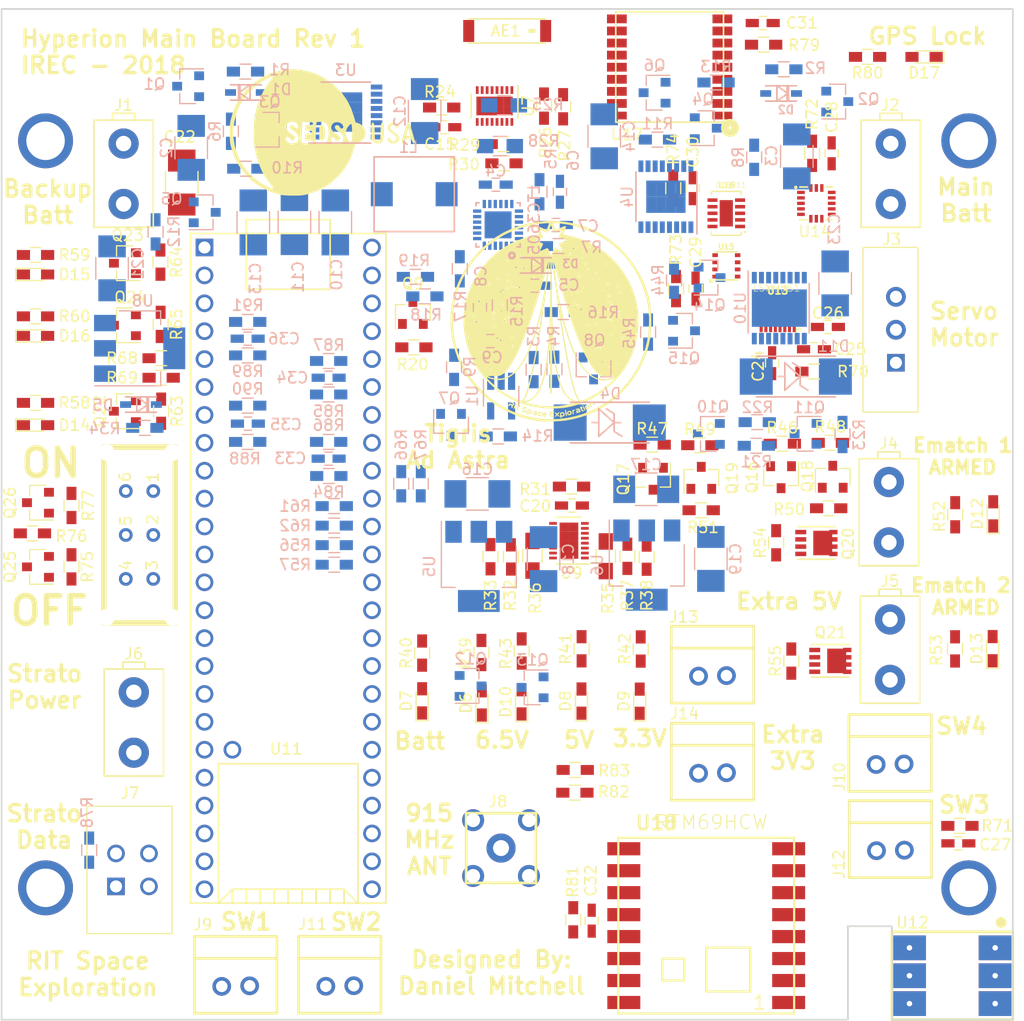
<source format=kicad_pcb>
(kicad_pcb (version 4) (host pcbnew 4.0.4-stable)
  (layers (0 F.Cu signal) (1 3V3.Cu power) (2 GND.Cu power) (31 B.Cu signal) (34 B.Paste user) (35 F.Paste user) (36 B.SilkS user) (37 F.SilkS user) (38 B.Mask user) (39 F.Mask user) (44 Edge.Cuts user))
  (net 0 "")
  (net 1 "Net-(AE1-Pad2)")
  (net 2 "Net-(AE1-Pad1)")
  (net 3 BATTERY_PWR)
  (net 4 GND)
  (net 5 MAIN_BATT)
  (net 6 BACKUP_BATT)
  (net 7 "Net-(C5-Pad1)")
  (net 8 SVIN)
  (net 9 "Net-(C7-Pad1)")
  (net 10 "Net-(C7-Pad2)")
  (net 11 "Net-(C8-Pad1)")
  (net 12 "Net-(C9-Pad1)")
  (net 13 +6.5V_MSMT)
  (net 14 BATTERY_PWR_MSMT)
  (net 15 LDO_FEED)
  (net 16 +5V_MSMT)
  (net 17 +3.3V_MSMT)
  (net 18 STARTUP_BATT)
  (net 19 +3.3V_STARTUP)
  (net 20 LSM_CAP)
  (net 21 LSM_C1)
  (net 22 "Net-(C27-Pad1)")
  (net 23 "Net-(C28-Pad1)")
  (net 24 "Net-(C29-Pad1)")
  (net 25 "Net-(C30-Pad1)")
  (net 26 "Net-(C31-Pad1)")
  (net 27 "Net-(C32-Pad1)")
  (net 28 "Net-(C33-Pad1)")
  (net 29 "Net-(C34-Pad1)")
  (net 30 "Net-(C35-Pad1)")
  (net 31 "Net-(D1-Pad2)")
  (net 32 "Net-(D2-Pad2)")
  (net 33 "Net-(D3-Pad2)")
  (net 34 "Net-(D4-Pad2)")
  (net 35 "Net-(D6-Pad1)")
  (net 36 +5V)
  (net 37 "Net-(D7-Pad2)")
  (net 38 "Net-(D8-Pad2)")
  (net 39 "Net-(D9-Pad2)")
  (net 40 "Net-(D10-Pad1)")
  (net 41 "Net-(D12-Pad2)")
  (net 42 "Net-(D13-Pad2)")
  (net 43 "Net-(D14-Pad1)")
  (net 44 "Net-(D14-Pad2)")
  (net 45 "Net-(D15-Pad1)")
  (net 46 "Net-(D15-Pad2)")
  (net 47 "Net-(D16-Pad1)")
  (net 48 "Net-(D16-Pad2)")
  (net 49 "Net-(D17-Pad2)")
  (net 50 "Net-(J1-Pad1)")
  (net 51 "Net-(J2-Pad1)")
  (net 52 SERVO_PWM)
  (net 53 EMATCH_1_CHECK)
  (net 54 "Net-(J4-Pad1)")
  (net 55 EMATCH_2_CHECK)
  (net 56 "Net-(J5-Pad1)")
  (net 57 "Net-(J6-Pad1)")
  (net 58 "Net-(J7-Pad1)")
  (net 59 SENSORS_TX)
  (net 60 SENSORS_RX)
  (net 61 "Net-(J8-Pad1)")
  (net 62 "Net-(Q3-Pad1)")
  (net 63 "Net-(Q3-Pad3)")
  (net 64 "Net-(Q4-Pad1)")
  (net 65 "Net-(Q4-Pad3)")
  (net 66 MAIN_BATT_EN)
  (net 67 "Net-(Q5-Pad3)")
  (net 68 BACKUP_BATT_EN)
  (net 69 "Net-(Q6-Pad3)")
  (net 70 CONTROL_1)
  (net 71 CONTROL_2)
  (net 72 "Net-(Q8-Pad1)")
  (net 73 +6.5V)
  (net 74 "Net-(Q10-Pad1)")
  (net 75 "Net-(Q11-Pad3)")
  (net 76 "Net-(Q14-Pad1)")
  (net 77 "Net-(Q14-Pad3)")
  (net 78 SERVO_PWR_EN)
  (net 79 "Net-(Q16-Pad1)")
  (net 80 "Net-(Q17-Pad1)")
  (net 81 EMATCH_1_ARM)
  (net 82 "Net-(Q18-Pad3)")
  (net 83 EMATCH_2_ARM)
  (net 84 "Net-(Q19-Pad3)")
  (net 85 EMATCH_1_FIRE)
  (net 86 EMATCH_2_FIRE)
  (net 87 LED_GREEN)
  (net 88 LED_BLUE)
  (net 89 LED_RED)
  (net 90 "Net-(Q25-Pad1)")
  (net 91 "Net-(Q26-Pad3)")
  (net 92 "Net-(R3-Pad2)")
  (net 93 "Net-(R7-Pad1)")
  (net 94 "Net-(R17-Pad2)")
  (net 95 "Net-(R18-Pad2)")
  (net 96 +3.3V)
  (net 97 BATTERY_DIVIDER)
  (net 98 +6.5V_DIVIDER)
  (net 99 +5V_DIVIDER)
  (net 100 +3.3V_DIVIDER)
  (net 101 SENSORS_SCL)
  (net 102 MAIN_BATT_ANLG)
  (net 103 MAIN_BATT_READ_EN)
  (net 104 SENSORS_SDA)
  (net 105 EMATCH_1_ANLG)
  (net 106 EMATCH_2_ANLG)
  (net 107 "Net-(R80-Pad2)")
  (net 108 COMMS_CS_LORA)
  (net 109 LORA_RESET)
  (net 110 SWITCH_1)
  (net 111 SWITCH_3)
  (net 112 SWITCH_2)
  (net 113 SWITCH_4)
  (net 114 "Net-(SW1-Pad3)")
  (net 115 "Net-(SW1-Pad4)")
  (net 116 "Net-(U2-Pad8)")
  (net 117 "Net-(U2-Pad23)")
  (net 118 "Net-(U3-Pad5)")
  (net 119 "Net-(U3-Pad6)")
  (net 120 "Net-(U4-Pad5)")
  (net 121 "Net-(U4-Pad6)")
  (net 122 DATA_READY)
  (net 123 DATA_READY_1)
  (net 124 "Net-(U9-Pad6)")
  (net 125 "Net-(U10-Pad5)")
  (net 126 "Net-(U10-Pad6)")
  (net 127 "Net-(U11-Pad15)")
  (net 128 SENSORS_MISO)
  (net 129 INT_PRESSURE)
  (net 130 COMMS_SCLK)
  (net 131 "Net-(U11-Pad25)")
  (net 132 SENSORS_MOSI)
  (net 133 COMMS_TX)
  (net 134 COMMS_RX)
  (net 135 LORA_INT)
  (net 136 COMMS_MISO)
  (net 137 COMMS_MOSI)
  (net 138 SENSORS_CS_LIS)
  (net 139 SENSORS_SCLK)
  (net 140 SENSORS_CS_AG)
  (net 141 SENSORS_CS_M)
  (net 142 "Net-(U11-Pad51)")
  (net 143 "Net-(U12-Pad4)")
  (net 144 "Net-(U13-Pad13)")
  (net 145 "Net-(U13-Pad12)")
  (net 146 "Net-(U13-Pad11)")
  (net 147 "Net-(U13-Pad10)")
  (net 148 "Net-(U13-Pad9)")
  (net 149 "Net-(U14-Pad2)")
  (net 150 "Net-(U14-Pad3)")
  (net 151 "Net-(U14-Pad11)")
  (net 152 "Net-(U14-Pad9)")
  (net 153 "Net-(U16-Pad2)")
  (net 154 "Net-(U16-Pad3)")
  (net 155 "Net-(U16-Pad4)")
  (net 156 "Net-(U16-Pad5)")
  (net 157 "Net-(U16-Pad7)")
  (net 158 "Net-(U16-Pad8)")
  (net 159 "Net-(U17-Pad5)")
  (net 160 "Net-(U17-Pad13)")
  (net 161 "Net-(U17-Pad14)")
  (net 162 "Net-(U17-Pad15)")
  (net 163 "Net-(U17-Pad16)")
  (net 164 "Net-(U17-Pad17)")
  (net 165 "Net-(U17-Pad18)")
  (net 166 "Net-(U18-Pad7)")
  (net 167 "Net-(U18-Pad11)")
  (net 168 "Net-(U18-Pad12)")
  (net 169 "Net-(U18-Pad15)")
  (net 170 "Net-(U18-Pad16)")
  (net 171 "Net-(U7-Pad13)")
  (net 172 "Net-(U9-Pad13)")
  (net 173 "Net-(U11-Pad37)")
  (net 174 "Net-(U11-Pad38)")
  (net 175 "Net-(U3-Pad7)")
  (net 176 "Net-(U3-Pad11)")
  (net 177 "Net-(U4-Pad7)")
  (net 178 "Net-(U4-Pad11)")
  (net 179 "Net-(U10-Pad7)")
  (net 180 "Net-(U10-Pad11)")
  (net 181 "Net-(C15-Pad1)")
  (net 182 "Net-(C20-Pad1)")
  (net 183 "Net-(C23-Pad1)")
  (net 184 "Net-(C25-Pad1)")
  (net 185 "Net-(C36-Pad1)")
  (net 186 "Net-(D6-Pad2)")
  (net 187 "Net-(D10-Pad2)")
  (module Capacitors_SMD:C_1210_HandSoldering (layer B.Cu) (at 67.25 62.64 270)
    (fp_text reference C2 (at 0 2.25 270) (layer B.SilkS) (effects (justify mirror)))
    (fp_text value 47uF)
    (pad 1 smd rect (at -2 0 270) (size 2 2.5) (layers B.Cu B.Paste B.Mask) (net 6 BACKUP_BATT))
    (pad 2 smd rect (at 2 0 270) (size 2 2.5) (layers B.Cu B.Paste B.Mask) (net 4 GND))
  )
  (module Capacitors_SMD:C_1210_HandSoldering (layer B.Cu) (at 122.35 63.42 270)
    (fp_text reference C3 (at -0.06 2.3 270) (layer B.SilkS) (effects (justify mirror)))
    (fp_text value 47uF)
    (pad 1 smd rect (at -2 0 270) (size 2 2.5) (layers B.Cu B.Paste B.Mask) (net 5 MAIN_BATT))
    (pad 2 smd rect (at 2 0 270) (size 2 2.5) (layers B.Cu B.Paste B.Mask) (net 4 GND))
  )
  (module Capacitors_SMD:C_0603_HandSoldering (layer B.Cu) (at 94.96 65.99 180)
    (fp_text reference C4 (at 0 1.25 180) (layer B.SilkS) (effects (justify mirror)))
    (fp_text value 0.1uF)
    (pad 1 smd rect (at -0.95 0 180) (size 1.2 0.75) (layers B.Cu B.Paste B.Mask) (net 3 BATTERY_PWR))
    (pad 2 smd rect (at 0.95 0 180) (size 1.2 0.75) (layers B.Cu B.Paste B.Mask) (net 4 GND))
  )
  (module Capacitors_SMD:C_0603_HandSoldering (layer B.Cu) (at 98.52 75.19)
    (fp_text reference C5 (at 3.1 -0.06) (layer B.SilkS) (effects (justify mirror)))
    (fp_text value .01uF)
    (pad 1 smd rect (at -0.95 0) (size 1.2 0.75) (layers B.Cu B.Paste B.Mask) (net 7 "Net-(C5-Pad1)"))
    (pad 2 smd rect (at 0.95 0) (size 1.2 0.75) (layers B.Cu B.Paste B.Mask) (net 4 GND))
  )
  (module Capacitors_SMD:C_0603_HandSoldering (layer B.Cu) (at 100.8 66.64 270)
    (fp_text reference C6 (at -2.86 -1.19 270) (layer B.SilkS) (effects (justify mirror)))
    (fp_text value 0.1uF)
    (pad 1 smd rect (at -0.95 0 270) (size 1.2 0.75) (layers B.Cu B.Paste B.Mask) (net 4 GND))
    (pad 2 smd rect (at 0.95 0 270) (size 1.2 0.75) (layers B.Cu B.Paste B.Mask) (net 8 SVIN))
  )
  (module Capacitors_SMD:C_0603_HandSoldering (layer B.Cu) (at 100.43 69.66)
    (fp_text reference C7 (at 2.94 0.1) (layer B.SilkS) (effects (justify mirror)))
    (fp_text value 0.1uF)
    (pad 1 smd rect (at -0.95 0) (size 1.2 0.75) (layers B.Cu B.Paste B.Mask) (net 9 "Net-(C7-Pad1)"))
    (pad 2 smd rect (at 0.95 0) (size 1.2 0.75) (layers B.Cu B.Paste B.Mask) (net 10 "Net-(C7-Pad2)"))
  )
  (module Capacitors_SMD:C_0603_HandSoldering (layer B.Cu) (at 93.52 77.15 270)
    (fp_text reference C8 (at -2.83 -0.08 270) (layer B.SilkS) (effects (justify mirror)))
    (fp_text value 10pF)
    (pad 1 smd rect (at -0.95 0 270) (size 1.2 0.75) (layers B.Cu B.Paste B.Mask) (net 11 "Net-(C8-Pad1)"))
    (pad 2 smd rect (at 0.95 0 270) (size 1.2 0.75) (layers B.Cu B.Paste B.Mask) (net 4 GND))
  )
  (module Capacitors_SMD:C_0603_HandSoldering (layer B.Cu) (at 94.47 80.23 180)
    (fp_text reference C9 (at -0.16 -1.49 180) (layer B.SilkS) (effects (justify mirror)))
    (fp_text value 220pF)
    (pad 1 smd rect (at -0.95 0 180) (size 1.2 0.75) (layers B.Cu B.Paste B.Mask) (net 12 "Net-(C9-Pad1)"))
    (pad 2 smd rect (at 0.95 0 180) (size 1.2 0.75) (layers B.Cu B.Paste B.Mask) (net 4 GND))
  )
  (module Capacitors_SMD:C_1210_HandSoldering (layer B.Cu) (at 80.36 69.43 270)
    (fp_text reference C10 (at 4.75 -0.11 270) (layer B.SilkS) (effects (justify mirror)))
    (fp_text value 47uF)
    (pad 1 smd rect (at -2 0 270) (size 2 2.5) (layers B.Cu B.Paste B.Mask) (net 13 +6.5V_MSMT))
    (pad 2 smd rect (at 2 0 270) (size 2 2.5) (layers B.Cu B.Paste B.Mask) (net 4 GND))
  )
  (module Capacitors_SMD:C_1210_HandSoldering (layer B.Cu) (at 76.64 69.4 270)
    (fp_text reference C11 (at 5 -0.33 270) (layer B.SilkS) (effects (justify mirror)))
    (fp_text value 47uF)
    (pad 1 smd rect (at -2 0 270) (size 2 2.5) (layers B.Cu B.Paste B.Mask) (net 13 +6.5V_MSMT))
    (pad 2 smd rect (at 2 0 270) (size 2 2.5) (layers B.Cu B.Paste B.Mask) (net 4 GND))
  )
  (module Capacitors_SMD:C_1210_HandSoldering (layer B.Cu) (at 72.9 69.43 270)
    (fp_text reference C13 (at 5.1 -0.19 270) (layer B.SilkS) (effects (justify mirror)))
    (fp_text value 47uF)
    (pad 1 smd rect (at -2 0 270) (size 2 2.5) (layers B.Cu B.Paste B.Mask) (net 13 +6.5V_MSMT))
    (pad 2 smd rect (at 2 0 270) (size 2 2.5) (layers B.Cu B.Paste B.Mask) (net 4 GND))
  )
  (module Capacitors_SMD:C_0603_HandSoldering (layer F.Cu) (at 90.28 60.76 180)
    (fp_text reference C15 (at 0.38 -1.54 180) (layer F.SilkS))
    (fp_text value 0.1uF)
    (pad 1 smd rect (at -0.95 0 180) (size 1.2 0.75) (layers F.Cu F.Paste F.Mask) (net 181 "Net-(C15-Pad1)"))
    (pad 2 smd rect (at 0.95 0 180) (size 1.2 0.75) (layers F.Cu F.Paste F.Mask) (net 4 GND))
  )
  (module Capacitors_SMD:C_0603_HandSoldering (layer F.Cu) (at 101.89 95.2 180)
    (fp_text reference C20 (at 3.338 -0.05 180) (layer F.SilkS))
    (fp_text value 0.1uF)
    (pad 1 smd rect (at -0.95 0 180) (size 1.2 0.75) (layers F.Cu F.Paste F.Mask) (net 182 "Net-(C20-Pad1)"))
    (pad 2 smd rect (at 0.95 0 180) (size 1.2 0.75) (layers F.Cu F.Paste F.Mask) (net 4 GND))
  )
  (module Capacitors_SMD:C_0603_HandSoldering (layer F.Cu) (at 120.104 82.244 270)
    (fp_text reference C24 (at 0.254 1.27 270) (layer F.SilkS))
    (fp_text value 10000pF)
    (pad 1 smd rect (at -0.95 0 270) (size 1.2 0.75) (layers F.Cu F.Paste F.Mask) (net 20 LSM_CAP))
    (pad 2 smd rect (at 0.95 0 270) (size 1.2 0.75) (layers F.Cu F.Paste F.Mask) (net 4 GND))
  )
  (module Capacitors_SMD:C_0603_HandSoldering (layer F.Cu) (at 123.914 80.974)
    (fp_text reference C25 (at 3.302 0) (layer F.SilkS))
    (fp_text value 0.1uF)
    (pad 1 smd rect (at -0.95 0) (size 1.2 0.75) (layers F.Cu F.Paste F.Mask) (net 184 "Net-(C25-Pad1)"))
    (pad 2 smd rect (at 0.95 0) (size 1.2 0.75) (layers F.Cu F.Paste F.Mask) (net 4 GND))
  )
  (module Capacitors_SMD:C_0603_HandSoldering (layer F.Cu) (at 125.184 78.942)
    (fp_text reference C26 (at 0 -1.25) (layer F.SilkS))
    (fp_text value 100nF)
    (pad 1 smd rect (at -0.95 0) (size 1.2 0.75) (layers F.Cu F.Paste F.Mask) (net 21 LSM_C1))
    (pad 2 smd rect (at 0.95 0) (size 1.2 0.75) (layers F.Cu F.Paste F.Mask) (net 4 GND))
  )
  (module Capacitors_SMD:C_0603_HandSoldering (layer F.Cu) (at 137.05 125.95)
    (fp_text reference C27 (at 3.35 0.12) (layer F.SilkS))
    (fp_text value 0.1uF)
    (pad 1 smd rect (at -0.95 0) (size 1.2 0.75) (layers F.Cu F.Paste F.Mask) (net 22 "Net-(C27-Pad1)"))
    (pad 2 smd rect (at 0.95 0) (size 1.2 0.75) (layers F.Cu F.Paste F.Mask) (net 4 GND))
  )
  (module Capacitors_SMD:C_0603_HandSoldering (layer F.Cu) (at 125.522 63.138 90)
    (fp_text reference C28 (at 3.302 0 90) (layer F.SilkS))
    (fp_text value 0.1uF)
    (pad 1 smd rect (at -0.95 0 90) (size 1.2 0.75) (layers F.Cu F.Paste F.Mask) (net 23 "Net-(C28-Pad1)"))
    (pad 2 smd rect (at 0.95 0 90) (size 1.2 0.75) (layers F.Cu F.Paste F.Mask) (net 4 GND))
  )
  (module Capacitors_SMD:C_0603_HandSoldering (layer F.Cu) (at 113.14 75.456 270)
    (fp_text reference C29 (at -3.302 0 270) (layer F.SilkS))
    (fp_text value 0.1uF)
    (pad 1 smd rect (at -0.95 0 270) (size 1.2 0.75) (layers F.Cu F.Paste F.Mask) (net 24 "Net-(C29-Pad1)"))
    (pad 2 smd rect (at 0.95 0 270) (size 1.2 0.75) (layers F.Cu F.Paste F.Mask) (net 4 GND))
  )
  (module Capacitors_SMD:C_0603_HandSoldering (layer F.Cu) (at 112.886 66.312 90)
    (fp_text reference C30 (at 3.302 0 90) (layer F.SilkS))
    (fp_text value 0.1uF)
    (pad 1 smd rect (at -0.95 0 90) (size 1.2 0.75) (layers F.Cu F.Paste F.Mask) (net 25 "Net-(C30-Pad1)"))
    (pad 2 smd rect (at 0.95 0 90) (size 1.2 0.75) (layers F.Cu F.Paste F.Mask) (net 4 GND))
  )
  (module Capacitors_SMD:C_0603_HandSoldering (layer F.Cu) (at 119.25 51.28)
    (fp_text reference C31 (at 3.58 -0.01) (layer F.SilkS))
    (fp_text value 0.1uF)
    (pad 1 smd rect (at -0.95 0) (size 1.2 0.75) (layers F.Cu F.Paste F.Mask) (net 26 "Net-(C31-Pad1)"))
    (pad 2 smd rect (at 0.95 0) (size 1.2 0.75) (layers F.Cu F.Paste F.Mask) (net 4 GND))
  )
  (module Capacitors_SMD:C_0603_HandSoldering (layer F.Cu) (at 103.69 132.99 90)
    (fp_text reference C32 (at 3.64 -0.08 90) (layer F.SilkS))
    (fp_text value 0.1uF)
    (pad 1 smd rect (at -0.95 0 90) (size 1.2 0.75) (layers F.Cu F.Paste F.Mask) (net 27 "Net-(C32-Pad1)"))
    (pad 2 smd rect (at 0.95 0 90) (size 1.2 0.75) (layers F.Cu F.Paste F.Mask) (net 4 GND))
  )
  (module Capacitors_SMD:C_0603_HandSoldering (layer B.Cu) (at 79.756 90.932)
    (fp_text reference C33 (at -3.49 -0.03) (layer B.SilkS) (effects (justify mirror)))
    (fp_text value 10nF)
    (pad 1 smd rect (at -0.95 0) (size 1.2 0.75) (layers B.Cu B.Paste B.Mask) (net 28 "Net-(C33-Pad1)"))
    (pad 2 smd rect (at 0.95 0) (size 1.2 0.75) (layers B.Cu B.Paste B.Mask) (net 4 GND))
  )
  (module Capacitors_SMD:C_0603_HandSoldering (layer B.Cu) (at 79.756 83.566)
    (fp_text reference C34 (at -3.302 0) (layer B.SilkS) (effects (justify mirror)))
    (fp_text value 10nF)
    (pad 1 smd rect (at -0.95 0) (size 1.2 0.75) (layers B.Cu B.Paste B.Mask) (net 29 "Net-(C34-Pad1)"))
    (pad 2 smd rect (at 0.95 0) (size 1.2 0.75) (layers B.Cu B.Paste B.Mask) (net 4 GND))
  )
  (module Capacitors_SMD:C_0603_HandSoldering (layer B.Cu) (at 72.406 87.744)
    (fp_text reference C35 (at 3.46 0.08) (layer B.SilkS) (effects (justify mirror)))
    (fp_text value 10nF)
    (pad 1 smd rect (at -0.95 0) (size 1.2 0.75) (layers B.Cu B.Paste B.Mask) (net 30 "Net-(C35-Pad1)"))
    (pad 2 smd rect (at 0.95 0) (size 1.2 0.75) (layers B.Cu B.Paste B.Mask) (net 4 GND))
  )
  (module Dans_Parts:SOD-323_Diode (layer B.Cu) (at 72.23 57.6 180)
    (fp_text reference D1 (at -3.18 0.28 180) (layer B.SilkS) (effects (justify mirror)))
    (fp_text value 5.6V)
    (pad 1 smd rect (at 1.4 0 180) (size 1 0.6) (layers B.Cu B.Paste B.Mask) (net 6 BACKUP_BATT))
    (pad 2 smd rect (at -1.4 0 180) (size 1 0.6) (layers B.Cu B.Paste B.Mask) (net 31 "Net-(D1-Pad2)"))
  )
  (module Dans_Parts:SOD-323_Diode (layer B.Cu) (at 120.92 57.69)
    (fp_text reference D2 (at 0.44 1.49) (layer B.SilkS) (effects (font (size 0.75 0.75)) (justify mirror)))
    (fp_text value 5.6V)
    (pad 1 smd rect (at 1.4 0) (size 1 0.6) (layers B.Cu B.Paste B.Mask) (net 5 MAIN_BATT))
    (pad 2 smd rect (at -1.4 0) (size 1 0.6) (layers B.Cu B.Paste B.Mask) (net 32 "Net-(D2-Pad2)"))
  )
  (module Dans_Parts:SOD-323_Diode (layer B.Cu) (at 98.6 73.34)
    (fp_text reference D3 (at 3.16 -0.14) (layer B.SilkS) (effects (font (size 0.75 0.75)) (justify mirror)))
    (fp_text value CMDSH2-3)
    (pad 1 smd rect (at 1.4 0) (size 1 0.6) (layers B.Cu B.Paste B.Mask) (net 9 "Net-(C7-Pad1)"))
    (pad 2 smd rect (at -1.4 0) (size 1 0.6) (layers B.Cu B.Paste B.Mask) (net 33 "Net-(D3-Pad2)"))
  )
  (module Dans_Parts:DO-214AB_Zener (layer B.Cu) (at 101.73 87.65)
    (fp_text reference D4 (at 3.67 -2.63) (layer B.SilkS) (effects (font (thickness 0.125)) (justify mirror)))
    (fp_text value SL42-E3/57T)
    (pad 2 smd rect (at 0 0) (size 3 3.3) (layers B.Cu B.Paste B.Mask) (net 34 "Net-(D4-Pad2)"))
    (pad 1 smd rect (at 7.2 0) (size 3 3.3) (layers B.Cu B.Paste B.Mask) (net 15 LDO_FEED))
  )
  (module Dans_Parts:SOD-323_Diode (layer B.Cu) (at 62.68 86.01)
    (fp_text reference D5 (at -3.46 0.06) (layer B.SilkS) (effects (justify mirror)))
    (fp_text value +3.3V_Zener)
    (pad 1 smd rect (at 1.4 0) (size 1 0.6) (layers B.Cu B.Paste B.Mask) (net 19 +3.3V_STARTUP))
    (pad 2 smd rect (at -1.4 0) (size 1 0.6) (layers B.Cu B.Paste B.Mask) (net 4 GND))
  )
  (module LEDs:LED_0603_HandSoldering (layer F.Cu) (at 93.7 113.17 90)
    (fp_text reference D6 (at 0 -1.45 90) (layer F.SilkS))
    (fp_text value Green)
    (pad 1 smd rect (at -1.1 0 90) (size 1.2 0.9) (layers F.Cu F.Paste F.Mask) (net 35 "Net-(D6-Pad1)"))
    (pad 2 smd rect (at 1.1 0 90) (size 1.2 0.9) (layers F.Cu F.Paste F.Mask) (net 186 "Net-(D6-Pad2)"))
  )
  (module LEDs:LED_0603_HandSoldering (layer F.Cu) (at 88.26 112.98 90)
    (fp_text reference D7 (at 0 -1.45 90) (layer F.SilkS))
    (fp_text value Green)
    (pad 1 smd rect (at -1.1 0 90) (size 1.2 0.9) (layers F.Cu F.Paste F.Mask) (net 4 GND))
    (pad 2 smd rect (at 1.1 0 90) (size 1.2 0.9) (layers F.Cu F.Paste F.Mask) (net 37 "Net-(D7-Pad2)"))
  )
  (module LEDs:LED_0603_HandSoldering (layer F.Cu) (at 102.76 113 90)
    (fp_text reference D8 (at 0 -1.45 90) (layer F.SilkS))
    (fp_text value Green)
    (pad 1 smd rect (at -1.1 0 90) (size 1.2 0.9) (layers F.Cu F.Paste F.Mask) (net 4 GND))
    (pad 2 smd rect (at 1.1 0 90) (size 1.2 0.9) (layers F.Cu F.Paste F.Mask) (net 38 "Net-(D8-Pad2)"))
  )
  (module LEDs:LED_0603_HandSoldering (layer F.Cu) (at 108.06 113.01 90)
    (fp_text reference D9 (at 0 -1.45 90) (layer F.SilkS))
    (fp_text value Green)
    (pad 1 smd rect (at -1.1 0 90) (size 1.2 0.9) (layers F.Cu F.Paste F.Mask) (net 4 GND))
    (pad 2 smd rect (at 1.1 0 90) (size 1.2 0.9) (layers F.Cu F.Paste F.Mask) (net 39 "Net-(D9-Pad2)"))
  )
  (module LEDs:LED_0603_HandSoldering (layer F.Cu) (at 97.31 113.07 90)
    (fp_text reference D10 (at 0 -1.45 90) (layer F.SilkS))
    (fp_text value Red)
    (pad 1 smd rect (at -1.1 0 90) (size 1.2 0.9) (layers F.Cu F.Paste F.Mask) (net 40 "Net-(D10-Pad1)"))
    (pad 2 smd rect (at 1.1 0 90) (size 1.2 0.9) (layers F.Cu F.Paste F.Mask) (net 187 "Net-(D10-Pad2)"))
  )
  (module Dans_Parts:DO-214AB_Zener (layer B.Cu) (at 118.66 83.46)
    (fp_text reference D11 (at 7.04 -2.77) (layer B.SilkS) (effects (font (thickness 0.125)) (justify mirror)))
    (fp_text value SL42-E3/57T)
    (pad 2 smd rect (at 0 0) (size 3 3.3) (layers B.Cu B.Paste B.Mask) (net 4 GND))
    (pad 1 smd rect (at 7.2 0) (size 3 3.3) (layers B.Cu B.Paste B.Mask) (net 183 "Net-(C23-Pad1)"))
  )
  (module LEDs:LED_0603_HandSoldering (layer F.Cu) (at 140.22 95.96 90)
    (fp_text reference D12 (at 0 -1.45 90) (layer F.SilkS))
    (fp_text value RED)
    (pad 1 smd rect (at -1.1 0 90) (size 1.2 0.9) (layers F.Cu F.Paste F.Mask) (net 4 GND))
    (pad 2 smd rect (at 1.1 0 90) (size 1.2 0.9) (layers F.Cu F.Paste F.Mask) (net 41 "Net-(D12-Pad2)"))
  )
  (module LEDs:LED_0603_HandSoldering (layer F.Cu) (at 140.17 108.23 90)
    (fp_text reference D13 (at 0 -1.45 90) (layer F.SilkS))
    (fp_text value RED)
    (pad 1 smd rect (at -1.1 0 90) (size 1.2 0.9) (layers F.Cu F.Paste F.Mask) (net 4 GND))
    (pad 2 smd rect (at 1.1 0 90) (size 1.2 0.9) (layers F.Cu F.Paste F.Mask) (net 42 "Net-(D13-Pad2)"))
  )
  (module LEDs:LED_0603_HandSoldering (layer F.Cu) (at 53.086 87.884)
    (fp_text reference D14 (at 3.556 0) (layer F.SilkS))
    (fp_text value LED)
    (pad 1 smd rect (at -1.1 0) (size 1.2 0.9) (layers F.Cu F.Paste F.Mask) (net 43 "Net-(D14-Pad1)"))
    (pad 2 smd rect (at 1.1 0) (size 1.2 0.9) (layers F.Cu F.Paste F.Mask) (net 44 "Net-(D14-Pad2)"))
  )
  (module LEDs:LED_0603_HandSoldering (layer F.Cu) (at 53.086 74.168)
    (fp_text reference D15 (at 3.556 0) (layer F.SilkS))
    (fp_text value LED)
    (pad 1 smd rect (at -1.1 0) (size 1.2 0.9) (layers F.Cu F.Paste F.Mask) (net 45 "Net-(D15-Pad1)"))
    (pad 2 smd rect (at 1.1 0) (size 1.2 0.9) (layers F.Cu F.Paste F.Mask) (net 46 "Net-(D15-Pad2)"))
  )
  (module LEDs:LED_0603_HandSoldering (layer F.Cu) (at 53.086 79.756)
    (fp_text reference D16 (at 3.556 0) (layer F.SilkS))
    (fp_text value LED)
    (pad 1 smd rect (at -1.1 0) (size 1.2 0.9) (layers F.Cu F.Paste F.Mask) (net 47 "Net-(D16-Pad1)"))
    (pad 2 smd rect (at 1.1 0) (size 1.2 0.9) (layers F.Cu F.Paste F.Mask) (net 48 "Net-(D16-Pad2)"))
  )
  (module LEDs:LED_0603_HandSoldering (layer F.Cu) (at 133.93 54.36 180)
    (fp_text reference D17 (at 0 -1.45 180) (layer F.SilkS))
    (fp_text value BLUE)
    (pad 1 smd rect (at -1.1 0 180) (size 1.2 0.9) (layers F.Cu F.Paste F.Mask) (net 4 GND))
    (pad 2 smd rect (at 1.1 0 180) (size 1.2 0.9) (layers F.Cu F.Paste F.Mask) (net 49 "Net-(D17-Pad2)"))
  )
  (module Dans_Parts:CONN_2POS_VERT_TE_CONN (layer F.Cu) (at 61.1 65)
    (fp_text reference J1 (at 0 -6.25) (layer F.SilkS))
    (fp_text value "BACKUP_BATT: 1586038-2")
    (pad 2 thru_hole circle (at 0 2.75) (size 2.75 2.75) (drill 1.4) (layers *.Cu *.Mask) (net 4 GND))
    (pad 1 thru_hole circle (at 0 -2.75) (size 2.75 2.75) (drill 1.4) (layers *.Cu *.Mask) (net 50 "Net-(J1-Pad1)"))
  )
  (module Dans_Parts:CONN_2POS_VERT_TE_CONN (layer F.Cu) (at 130.9 65)
    (fp_text reference J2 (at -0.06 -6.24 180) (layer F.SilkS))
    (fp_text value "MAIN_BATT: 1586038-2")
    (pad 2 thru_hole circle (at 0 2.75) (size 2.75 2.75) (drill 1.4) (layers *.Cu *.Mask) (net 4 GND))
    (pad 1 thru_hole circle (at 0 -2.75) (size 2.75 2.75) (drill 1.4) (layers *.Cu *.Mask) (net 51 "Net-(J2-Pad1)"))
  )
  (module Dans_Parts:Molex_Microfit3_Header_01x03_Straight (layer F.Cu) (at 131.37 76.2 90)
    (fp_text reference J3 (at 5.22 -0.38 360) (layer F.SilkS))
    (fp_text value Servo_Control)
    (pad "" np_thru_hole circle (at -9 -1.96 90) (size 1.3 1.3) (drill 1.3) (layers *.Cu *.Mask))
    (pad 1 thru_hole rect (at -6 0 90) (size 1.6 1.6) (drill 1.1) (layers *.Cu *.Mask) (net 52 SERVO_PWM))
    (pad 2 thru_hole circle (at -3 0 90) (size 1.8 1.8) (drill 1.1) (layers *.Cu *.Mask) (net 183 "Net-(C23-Pad1)"))
    (pad "" np_thru_hole circle (at 3 -1.96 90) (size 1.3 1.3) (drill 1.3) (layers *.Cu *.Mask))
    (pad 3 thru_hole circle (at 0 0 90) (size 1.8 1.8) (drill 1.1) (layers *.Cu *.Mask) (net 4 GND))
  )
  (module Dans_Parts:CONN_2POS_VERT_TE_CONN (layer F.Cu) (at 130.73 95.81)
    (fp_text reference J4 (at 0 -6.25) (layer F.SilkS))
    (fp_text value "EMATCH_1: 1586038-2")
    (pad 2 thru_hole circle (at 0 2.75) (size 2.75 2.75) (drill 1.4) (layers *.Cu *.Mask) (net 53 EMATCH_1_CHECK))
    (pad 1 thru_hole circle (at 0 -2.75) (size 2.75 2.75) (drill 1.4) (layers *.Cu *.Mask) (net 54 "Net-(J4-Pad1)"))
  )
  (module Dans_Parts:CONN_2POS_VERT_TE_CONN (layer F.Cu) (at 130.83 108.32)
    (fp_text reference J5 (at 0 -6.25) (layer F.SilkS))
    (fp_text value "EMATCH_2: 1586038-2")
    (pad 2 thru_hole circle (at 0 2.75) (size 2.75 2.75) (drill 1.4) (layers *.Cu *.Mask) (net 55 EMATCH_2_CHECK))
    (pad 1 thru_hole circle (at 0 -2.75) (size 2.75 2.75) (drill 1.4) (layers *.Cu *.Mask) (net 56 "Net-(J5-Pad1)"))
  )
  (module Dans_Parts:CONN_2POS_VERT_TE_CONN (layer F.Cu) (at 62.03 114.95)
    (fp_text reference J6 (at 0 -6.25) (layer F.SilkS))
    (fp_text value "Stratologger_PWR: 1586038-2")
    (pad 2 thru_hole circle (at 0 2.75) (size 2.75 2.75) (drill 1.4) (layers *.Cu *.Mask) (net 4 GND))
    (pad 1 thru_hole circle (at 0 -2.75) (size 2.75 2.75) (drill 1.4) (layers *.Cu *.Mask) (net 57 "Net-(J6-Pad1)"))
  )
  (module Dans_Parts:4-Pin_Molex_Vertical (layer F.Cu) (at 60.41 129.87 270)
    (fp_text reference J7 (at -8.49 -1.28 360) (layer F.SilkS))
    (fp_text value Stratologger_DATA)
    (pad "" np_thru_hole circle (at -6 -4 270) (size 1.1 1.1) (drill 1.1) (layers *.Cu *.Mask))
    (pad 1 thru_hole rect (at 0 0 270) (size 1.6 1.6) (drill 1.1) (layers *.Cu *.Mask) (net 58 "Net-(J7-Pad1)"))
    (pad 2 thru_hole circle (at -3 0 270) (size 1.6 1.6) (drill 1.1) (layers *.Cu *.Mask) (net 59 SENSORS_TX))
    (pad 3 thru_hole circle (at 0 -3 270) (size 1.6 1.6) (drill 1.1) (layers *.Cu *.Mask) (net 60 SENSORS_RX))
    (pad 4 thru_hole circle (at -3 -3 270) (size 1.6 1.6) (drill 1.1) (layers *.Cu *.Mask) (net 4 GND))
    (pad "" np_thru_hole circle (at 3 -3.94 270) (size 1.1 1.1) (drill 1.1) (layers *.Cu *.Mask))
  )
  (module Dans_Parts:CONN_RP-SMA_Right_Angle_0733910320 (layer F.Cu) (at 95.44 126.38)
    (fp_text reference J8 (at -0.27 -4.23 180) (layer F.SilkS))
    (fp_text value "0733910320 [915MHz SMA]")
    (pad 1 thru_hole circle (at 0 0) (size 2.65 2.65) (drill 1.45) (layers *.Cu *.Mask) (net 61 "Net-(J8-Pad1)"))
    (pad 2 thru_hole circle (at 2.54 -2.54) (size 2 2) (drill 1.27) (layers *.Cu *.Mask) (net 4 GND))
    (pad 2 thru_hole circle (at -2.54 -2.54) (size 2 2) (drill 1.27) (layers *.Cu *.Mask) (net 4 GND))
    (pad 2 thru_hole circle (at -2.54 2.54) (size 2 2) (drill 1.27) (layers *.Cu *.Mask) (net 4 GND))
    (pad 2 thru_hole circle (at 2.54 2.54) (size 2 2) (drill 1.27) (layers *.Cu *.Mask) (net 4 GND))
  )
  (module Dans_Parts:IND_RLF7030 (layer B.Cu) (at 87.54 66.86 180)
    (fp_text reference L1 (at 0.52 4.28 180) (layer B.SilkS) (effects (justify mirror)))
    (fp_text value "RLF7030T-2R2M5R4 [2.2uH]")
    (pad 1 smd rect (at -2.95 0 180) (size 2 2.2) (layers B.Cu B.Paste B.Mask) (net 10 "Net-(C7-Pad2)"))
    (pad 2 smd rect (at 2.95 0 180) (size 2 2.2) (layers B.Cu B.Paste B.Mask) (net 13 +6.5V_MSMT))
  )
  (module TO_SOT_Packages_SMD:SOT-23 (layer B.Cu) (at 66.97 57.03 180)
    (fp_text reference Q1 (at 3.07 0.2 180) (layer B.SilkS) (effects (justify mirror)))
    (fp_text value SSM3J328R)
    (pad 1 smd rect (at -1 0.95 180) (size 0.9 0.8) (layers B.Cu B.Paste B.Mask) (net 31 "Net-(D1-Pad2)"))
    (pad 2 smd rect (at -1 -0.95 180) (size 0.9 0.8) (layers B.Cu B.Paste B.Mask) (net 6 BACKUP_BATT))
    (pad 3 smd rect (at 1 0 180) (size 0.9 0.8) (layers B.Cu B.Paste B.Mask) (net 50 "Net-(J1-Pad1)"))
  )
  (module TO_SOT_Packages_SMD:SOT-23 (layer B.Cu) (at 126.03 58.43)
    (fp_text reference Q2 (at 2.85 -0.23) (layer B.SilkS) (effects (justify mirror)))
    (fp_text value SSM3J328R)
    (pad 1 smd rect (at -1 0.95) (size 0.9 0.8) (layers B.Cu B.Paste B.Mask) (net 32 "Net-(D2-Pad2)"))
    (pad 2 smd rect (at -1 -0.95) (size 0.9 0.8) (layers B.Cu B.Paste B.Mask) (net 5 MAIN_BATT))
    (pad 3 smd rect (at 1 0) (size 0.9 0.8) (layers B.Cu B.Paste B.Mask) (net 51 "Net-(J2-Pad1)"))
  )
  (module TO_SOT_Packages_SMD:SOT-23 (layer B.Cu) (at 74.49 60.99)
    (fp_text reference Q3 (at -0.09 -2.53) (layer B.SilkS) (effects (justify mirror)))
    (fp_text value SSM3J328R)
    (pad 1 smd rect (at -1 0.95) (size 0.9 0.8) (layers B.Cu B.Paste B.Mask) (net 62 "Net-(Q3-Pad1)"))
    (pad 2 smd rect (at -1 -0.95) (size 0.9 0.8) (layers B.Cu B.Paste B.Mask) (net 6 BACKUP_BATT))
    (pad 3 smd rect (at 1 0) (size 0.9 0.8) (layers B.Cu B.Paste B.Mask) (net 63 "Net-(Q3-Pad3)"))
  )
  (module TO_SOT_Packages_SMD:SOT-23 (layer B.Cu) (at 114.07 60.85)
    (fp_text reference Q4 (at -0.25 -2.62) (layer B.SilkS) (effects (justify mirror)))
    (fp_text value SSM3J328R)
    (pad 1 smd rect (at -1 0.95) (size 0.9 0.8) (layers B.Cu B.Paste B.Mask) (net 64 "Net-(Q4-Pad1)"))
    (pad 2 smd rect (at -1 -0.95) (size 0.9 0.8) (layers B.Cu B.Paste B.Mask) (net 5 MAIN_BATT))
    (pad 3 smd rect (at 1 0) (size 0.9 0.8) (layers B.Cu B.Paste B.Mask) (net 65 "Net-(Q4-Pad3)"))
  )
  (module TO_SOT_Packages_SMD:SOT-23 (layer B.Cu) (at 68.48 68.51)
    (fp_text reference Q5 (at -3.02 -1.23) (layer B.SilkS) (effects (justify mirror)))
    (fp_text value NTR4003)
    (pad 1 smd rect (at -1 0.95) (size 0.9 0.8) (layers B.Cu B.Paste B.Mask) (net 68 BACKUP_BATT_EN))
    (pad 2 smd rect (at -1 -0.95) (size 0.9 0.8) (layers B.Cu B.Paste B.Mask) (net 4 GND))
    (pad 3 smd rect (at 1 0) (size 0.9 0.8) (layers B.Cu B.Paste B.Mask) (net 67 "Net-(Q5-Pad3)"))
  )
  (module TO_SOT_Packages_SMD:SOT-23 (layer B.Cu) (at 109.41 57.62 180)
    (fp_text reference Q6 (at 0 2.5 180) (layer B.SilkS) (effects (justify mirror)))
    (fp_text value NTR4003)
    (pad 1 smd rect (at -1 0.95 180) (size 0.9 0.8) (layers B.Cu B.Paste B.Mask) (net 66 MAIN_BATT_EN))
    (pad 2 smd rect (at -1 -0.95 180) (size 0.9 0.8) (layers B.Cu B.Paste B.Mask) (net 4 GND))
    (pad 3 smd rect (at 1 0 180) (size 0.9 0.8) (layers B.Cu B.Paste B.Mask) (net 69 "Net-(Q6-Pad3)"))
  )
  (module TO_SOT_Packages_SMD:SOT-23 (layer B.Cu) (at 90.89 87.86 270)
    (fp_text reference Q7 (at -2.42 0.15 360) (layer B.SilkS) (effects (justify mirror)))
    (fp_text value NTR4003)
    (pad 1 smd rect (at -1 0.95 270) (size 0.9 0.8) (layers B.Cu B.Paste B.Mask) (net 70 CONTROL_1))
    (pad 2 smd rect (at -1 -0.95 270) (size 0.9 0.8) (layers B.Cu B.Paste B.Mask) (net 4 GND))
    (pad 3 smd rect (at 1 0 270) (size 0.9 0.8) (layers B.Cu B.Paste B.Mask) (net 71 CONTROL_2))
  )
  (module TO_SOT_Packages_SMD:SOT-23 (layer B.Cu) (at 103.86 82.72 270)
    (fp_text reference Q8 (at -2.56 -0.08 360) (layer B.SilkS) (effects (justify mirror)))
    (fp_text value SSM3J328R)
    (pad 1 smd rect (at -1 0.95 270) (size 0.9 0.8) (layers B.Cu B.Paste B.Mask) (net 72 "Net-(Q8-Pad1)"))
    (pad 2 smd rect (at -1 -0.95 270) (size 0.9 0.8) (layers B.Cu B.Paste B.Mask) (net 73 +6.5V))
    (pad 3 smd rect (at 1 0 270) (size 0.9 0.8) (layers B.Cu B.Paste B.Mask) (net 34 "Net-(D4-Pad2)"))
  )
  (module TO_SOT_Packages_SMD:SOT-23 (layer F.Cu) (at 87.42 77.67 90)
    (fp_text reference Q9 (at 2.66 0 180) (layer F.SilkS))
    (fp_text value NTR4003)
    (pad 1 smd rect (at -1 -0.95 90) (size 0.9 0.8) (layers F.Cu F.Paste F.Mask) (net 70 CONTROL_1))
    (pad 2 smd rect (at -1 0.95 90) (size 0.9 0.8) (layers F.Cu F.Paste F.Mask) (net 4 GND))
    (pad 3 smd rect (at 1 0 90) (size 0.9 0.8) (layers F.Cu F.Paste F.Mask) (net 72 "Net-(Q8-Pad1)"))
  )
  (module TO_SOT_Packages_SMD:SOT-23 (layer B.Cu) (at 114.35 88.68 180)
    (fp_text reference Q10 (at -0.38 2.48 180) (layer B.SilkS) (effects (justify mirror)))
    (fp_text value SSM3J328R)
    (pad 1 smd rect (at -1 0.95 180) (size 0.9 0.8) (layers B.Cu B.Paste B.Mask) (net 74 "Net-(Q10-Pad1)"))
    (pad 2 smd rect (at -1 -0.95 180) (size 0.9 0.8) (layers B.Cu B.Paste B.Mask) (net 3 BATTERY_PWR))
    (pad 3 smd rect (at 1 0 180) (size 0.9 0.8) (layers B.Cu B.Paste B.Mask) (net 15 LDO_FEED))
  )
  (module TO_SOT_Packages_SMD:SOT-23 (layer B.Cu) (at 123.15 88.67 180)
    (fp_text reference Q11 (at -0.31 2.4 180) (layer B.SilkS) (effects (justify mirror)))
    (fp_text value NTR4003)
    (pad 1 smd rect (at -1 0.95 180) (size 0.9 0.8) (layers B.Cu B.Paste B.Mask) (net 71 CONTROL_2))
    (pad 2 smd rect (at -1 -0.95 180) (size 0.9 0.8) (layers B.Cu B.Paste B.Mask) (net 4 GND))
    (pad 3 smd rect (at 1 0 180) (size 0.9 0.8) (layers B.Cu B.Paste B.Mask) (net 75 "Net-(Q11-Pad3)"))
  )
  (module TO_SOT_Packages_SMD:SOT-23 (layer B.Cu) (at 92.67 111.62)
    (fp_text reference Q12 (at 0 -2.47) (layer B.SilkS) (effects (justify mirror)))
    (fp_text value NTR4003)
    (pad 1 smd rect (at -1 0.95) (size 0.9 0.8) (layers B.Cu B.Paste B.Mask) (net 70 CONTROL_1))
    (pad 2 smd rect (at -1 -0.95) (size 0.9 0.8) (layers B.Cu B.Paste B.Mask) (net 4 GND))
    (pad 3 smd rect (at 1 0) (size 0.9 0.8) (layers B.Cu B.Paste B.Mask) (net 35 "Net-(D6-Pad1)"))
  )
  (module TO_SOT_Packages_SMD:SOT-23 (layer B.Cu) (at 98.31 111.75 180)
    (fp_text reference Q13 (at 0 2.5 180) (layer B.SilkS) (effects (justify mirror)))
    (fp_text value NTR4003)
    (pad 1 smd rect (at -1 0.95 180) (size 0.9 0.8) (layers B.Cu B.Paste B.Mask) (net 71 CONTROL_2))
    (pad 2 smd rect (at -1 -0.95 180) (size 0.9 0.8) (layers B.Cu B.Paste B.Mask) (net 4 GND))
    (pad 3 smd rect (at 1 0 180) (size 0.9 0.8) (layers B.Cu B.Paste B.Mask) (net 40 "Net-(D10-Pad1)"))
  )
  (module TO_SOT_Packages_SMD:SOT-23 (layer B.Cu) (at 114.41 74.45)
    (fp_text reference Q14 (at 0 2.5) (layer B.SilkS) (effects (justify mirror)))
    (fp_text value SSM3J328R)
    (pad 1 smd rect (at -1 0.95) (size 0.9 0.8) (layers B.Cu B.Paste B.Mask) (net 76 "Net-(Q14-Pad1)"))
    (pad 2 smd rect (at -1 -0.95) (size 0.9 0.8) (layers B.Cu B.Paste B.Mask) (net 73 +6.5V))
    (pad 3 smd rect (at 1 0) (size 0.9 0.8) (layers B.Cu B.Paste B.Mask) (net 77 "Net-(Q14-Pad3)"))
  )
  (module TO_SOT_Packages_SMD:SOT-23 (layer B.Cu) (at 112.09 79.29)
    (fp_text reference Q15 (at 0 2.5) (layer B.SilkS) (effects (justify mirror)))
    (fp_text value NTR4003)
    (pad 1 smd rect (at -1 0.95) (size 0.9 0.8) (layers B.Cu B.Paste B.Mask) (net 78 SERVO_PWR_EN))
    (pad 2 smd rect (at -1 -0.95) (size 0.9 0.8) (layers B.Cu B.Paste B.Mask) (net 4 GND))
    (pad 3 smd rect (at 1 0) (size 0.9 0.8) (layers B.Cu B.Paste B.Mask) (net 76 "Net-(Q14-Pad1)"))
  )
  (module TO_SOT_Packages_SMD:SOT-23 (layer F.Cu) (at 120.92 92.62 270)
    (fp_text reference Q16 (at 0 2.65 450) (layer F.SilkS))
    (fp_text value SSM3J328R)
    (pad 1 smd rect (at -1 -0.95 270) (size 0.9 0.8) (layers F.Cu F.Paste F.Mask) (net 79 "Net-(Q16-Pad1)"))
    (pad 2 smd rect (at -1 0.95 270) (size 0.9 0.8) (layers F.Cu F.Paste F.Mask) (net 3 BATTERY_PWR))
    (pad 3 smd rect (at 1 0 270) (size 0.9 0.8) (layers F.Cu F.Paste F.Mask) (net 54 "Net-(J4-Pad1)"))
  )
  (module TO_SOT_Packages_SMD:SOT-23 (layer F.Cu) (at 109.27 92.76 270)
    (fp_text reference Q17 (at 0.05 2.7 450) (layer F.SilkS))
    (fp_text value SSM3J328R)
    (pad 1 smd rect (at -1 -0.95 270) (size 0.9 0.8) (layers F.Cu F.Paste F.Mask) (net 80 "Net-(Q17-Pad1)"))
    (pad 2 smd rect (at -1 0.95 270) (size 0.9 0.8) (layers F.Cu F.Paste F.Mask) (net 3 BATTERY_PWR))
    (pad 3 smd rect (at 1 0 270) (size 0.9 0.8) (layers F.Cu F.Paste F.Mask) (net 56 "Net-(J5-Pad1)"))
  )
  (module TO_SOT_Packages_SMD:SOT-23 (layer F.Cu) (at 125.62 92.58 90)
    (fp_text reference Q18 (at 0.04 -2.3 90) (layer F.SilkS))
    (fp_text value NTR4003)
    (pad 1 smd rect (at -1 -0.95 90) (size 0.9 0.8) (layers F.Cu F.Paste F.Mask) (net 81 EMATCH_1_ARM))
    (pad 2 smd rect (at -1 0.95 90) (size 0.9 0.8) (layers F.Cu F.Paste F.Mask) (net 4 GND))
    (pad 3 smd rect (at 1 0 90) (size 0.9 0.8) (layers F.Cu F.Paste F.Mask) (net 82 "Net-(Q18-Pad3)"))
  )
  (module TO_SOT_Packages_SMD:SOT-23 (layer F.Cu) (at 113.66 92.68 90)
    (fp_text reference Q19 (at -0.03 2.82 90) (layer F.SilkS))
    (fp_text value NTR4003)
    (pad 1 smd rect (at -1 -0.95 90) (size 0.9 0.8) (layers F.Cu F.Paste F.Mask) (net 83 EMATCH_2_ARM))
    (pad 2 smd rect (at -1 0.95 90) (size 0.9 0.8) (layers F.Cu F.Paste F.Mask) (net 4 GND))
    (pad 3 smd rect (at 1 0 90) (size 0.9 0.8) (layers F.Cu F.Paste F.Mask) (net 84 "Net-(Q19-Pad3)"))
  )
  (module Dans_Parts:PowerPAK_1212-8S (layer F.Cu) (at 122.71 97.62)
    (fp_text reference Q20 (at 4.31 1.06 90) (layer F.SilkS))
    (fp_text value SIS612EDNT-T1-GE3)
    (pad 2 smd rect (at 0 0) (size 1 0.405) (layers F.Cu F.Paste F.Mask) (net 4 GND))
    (pad 2 smd rect (at 0 0.66) (size 1 0.405) (layers F.Cu F.Paste F.Mask) (net 4 GND))
    (pad 2 smd rect (at 0 1.32) (size 1 0.405) (layers F.Cu F.Paste F.Mask) (net 4 GND))
    (pad 1 smd rect (at 0 1.98) (size 1 0.405) (layers F.Cu F.Paste F.Mask) (net 85 EMATCH_1_FIRE))
    (pad 3 smd rect (at 2 0.99) (size 1.725 2.235) (layers F.Cu F.Paste F.Mask) (net 53 EMATCH_1_CHECK))
    (pad 3 smd rect (at 2.965 0) (size 0.76 0.40625) (layers F.Cu F.Paste F.Mask) (net 53 EMATCH_1_CHECK))
    (pad 3 smd rect (at 2.965 0.66125) (size 0.76 0.40625) (layers F.Cu F.Paste F.Mask) (net 53 EMATCH_1_CHECK))
    (pad 3 smd rect (at 2.965 1.3225) (size 0.76 0.40625) (layers F.Cu F.Paste F.Mask) (net 53 EMATCH_1_CHECK))
    (pad 3 smd rect (at 2.965 1.98375) (size 0.76 0.40625) (layers F.Cu F.Paste F.Mask) (net 53 EMATCH_1_CHECK))
  )
  (module Dans_Parts:PowerPAK_1212-8S (layer F.Cu) (at 123.98 108.35)
    (fp_text reference Q21 (at 1.45 -1.59) (layer F.SilkS))
    (fp_text value SIS612EDNT-T1-GE3)
    (pad 2 smd rect (at 0 0) (size 1 0.405) (layers F.Cu F.Paste F.Mask) (net 4 GND))
    (pad 2 smd rect (at 0 0.66) (size 1 0.405) (layers F.Cu F.Paste F.Mask) (net 4 GND))
    (pad 2 smd rect (at 0 1.32) (size 1 0.405) (layers F.Cu F.Paste F.Mask) (net 4 GND))
    (pad 1 smd rect (at 0 1.98) (size 1 0.405) (layers F.Cu F.Paste F.Mask) (net 86 EMATCH_2_FIRE))
    (pad 3 smd rect (at 2 0.99) (size 1.725 2.235) (layers F.Cu F.Paste F.Mask) (net 55 EMATCH_2_CHECK))
    (pad 3 smd rect (at 2.965 0) (size 0.76 0.40625) (layers F.Cu F.Paste F.Mask) (net 55 EMATCH_2_CHECK))
    (pad 3 smd rect (at 2.965 0.66125) (size 0.76 0.40625) (layers F.Cu F.Paste F.Mask) (net 55 EMATCH_2_CHECK))
    (pad 3 smd rect (at 2.965 1.3225) (size 0.76 0.40625) (layers F.Cu F.Paste F.Mask) (net 55 EMATCH_2_CHECK))
    (pad 3 smd rect (at 2.965 1.98375) (size 0.76 0.40625) (layers F.Cu F.Paste F.Mask) (net 55 EMATCH_2_CHECK))
  )
  (module TO_SOT_Packages_SMD:SOT-23 (layer F.Cu) (at 61.214 86.614 180)
    (fp_text reference Q22 (at 2.286 0 270) (layer F.SilkS))
    (fp_text value NTR4003)
    (pad 1 smd rect (at -1 -0.95 180) (size 0.9 0.8) (layers F.Cu F.Paste F.Mask) (net 87 LED_GREEN))
    (pad 2 smd rect (at -1 0.95 180) (size 0.9 0.8) (layers F.Cu F.Paste F.Mask) (net 4 GND))
    (pad 3 smd rect (at 1 0 180) (size 0.9 0.8) (layers F.Cu F.Paste F.Mask) (net 43 "Net-(D14-Pad1)"))
  )
  (module TO_SOT_Packages_SMD:SOT-23 (layer F.Cu) (at 61.22 73.14 180)
    (fp_text reference Q23 (at -0.254 2.54 180) (layer F.SilkS))
    (fp_text value NTR4003)
    (pad 1 smd rect (at -1 -0.95 180) (size 0.9 0.8) (layers F.Cu F.Paste F.Mask) (net 88 LED_BLUE))
    (pad 2 smd rect (at -1 0.95 180) (size 0.9 0.8) (layers F.Cu F.Paste F.Mask) (net 4 GND))
    (pad 3 smd rect (at 1 0 180) (size 0.9 0.8) (layers F.Cu F.Paste F.Mask) (net 45 "Net-(D15-Pad1)"))
  )
  (module TO_SOT_Packages_SMD:SOT-23 (layer F.Cu) (at 61.22 78.79 180)
    (fp_text reference Q24 (at -0.508 2.54 180) (layer F.SilkS))
    (fp_text value NTR4003)
    (pad 1 smd rect (at -1 -0.95 180) (size 0.9 0.8) (layers F.Cu F.Paste F.Mask) (net 89 LED_RED))
    (pad 2 smd rect (at -1 0.95 180) (size 0.9 0.8) (layers F.Cu F.Paste F.Mask) (net 4 GND))
    (pad 3 smd rect (at 1 0 180) (size 0.9 0.8) (layers F.Cu F.Paste F.Mask) (net 47 "Net-(D16-Pad1)"))
  )
  (module TO_SOT_Packages_SMD:SOT-23 (layer F.Cu) (at 53.31 100.782 180)
    (fp_text reference Q25 (at 2.54 0 270) (layer F.SilkS))
    (fp_text value SSM3J328R)
    (pad 1 smd rect (at -1 -0.95 180) (size 0.9 0.8) (layers F.Cu F.Paste F.Mask) (net 90 "Net-(Q25-Pad1)"))
    (pad 2 smd rect (at -1 0.95 180) (size 0.9 0.8) (layers F.Cu F.Paste F.Mask) (net 6 BACKUP_BATT))
    (pad 3 smd rect (at 1 0 180) (size 0.9 0.8) (layers F.Cu F.Paste F.Mask) (net 57 "Net-(J6-Pad1)"))
  )
  (module TO_SOT_Packages_SMD:SOT-23 (layer F.Cu) (at 53.31 94.94 180)
    (fp_text reference Q26 (at 2.54 0 270) (layer F.SilkS))
    (fp_text value NTR4003)
    (pad 1 smd rect (at -1 -0.95 180) (size 0.9 0.8) (layers F.Cu F.Paste F.Mask) (net 19 +3.3V_STARTUP))
    (pad 2 smd rect (at -1 0.95 180) (size 0.9 0.8) (layers F.Cu F.Paste F.Mask) (net 4 GND))
    (pad 3 smd rect (at 1 0 180) (size 0.9 0.8) (layers F.Cu F.Paste F.Mask) (net 91 "Net-(Q26-Pad3)"))
  )
  (module Resistors_SMD:R_0603_HandSoldering (layer B.Cu) (at 72.19 55.7)
    (fp_text reference R1 (at 3.1 -0.17) (layer B.SilkS) (effects (justify mirror)))
    (fp_text value 100k)
    (pad 1 smd rect (at -1.1 0) (size 1.2 0.9) (layers B.Cu B.Paste B.Mask) (net 31 "Net-(D1-Pad2)"))
    (pad 2 smd rect (at 1.1 0) (size 1.2 0.9) (layers B.Cu B.Paste B.Mask) (net 4 GND))
  )
  (module Resistors_SMD:R_0603_HandSoldering (layer B.Cu) (at 121.17 55.49)
    (fp_text reference R2 (at 2.87 -0.1) (layer B.SilkS) (effects (justify mirror)))
    (fp_text value 100k)
    (pad 1 smd rect (at -1.1 0) (size 1.2 0.9) (layers B.Cu B.Paste B.Mask) (net 32 "Net-(D2-Pad2)"))
    (pad 2 smd rect (at 1.1 0) (size 1.2 0.9) (layers B.Cu B.Paste B.Mask) (net 4 GND))
  )
  (module Resistors_SMD:R_0603_HandSoldering (layer B.Cu) (at 98.41 82.83 270)
    (fp_text reference R3 (at -3.05 0 270) (layer B.SilkS) (effects (justify mirror)))
    (fp_text value 140k)
    (pad 1 smd rect (at -1.1 0 270) (size 1.2 0.9) (layers B.Cu B.Paste B.Mask) (net 73 +6.5V))
    (pad 2 smd rect (at 1.1 0 270) (size 1.2 0.9) (layers B.Cu B.Paste B.Mask) (net 92 "Net-(R3-Pad2)"))
  )
  (module Resistors_SMD:R_0603_HandSoldering (layer B.Cu) (at 100.3 82.79 90)
    (fp_text reference R4 (at 3.02 -0.06 90) (layer B.SilkS) (effects (justify mirror)))
    (fp_text value 10k)
    (pad 1 smd rect (at -1.1 0 90) (size 1.2 0.9) (layers B.Cu B.Paste B.Mask) (net 92 "Net-(R3-Pad2)"))
    (pad 2 smd rect (at 1.1 0 90) (size 1.2 0.9) (layers B.Cu B.Paste B.Mask) (net 4 GND))
  )
  (module Resistors_SMD:R_0603_HandSoldering (layer B.Cu) (at 98.94 66.64 90)
    (fp_text reference R5 (at 3 1.03 90) (layer B.SilkS) (effects (justify mirror)))
    (fp_text value 10)
    (pad 1 smd rect (at -1.1 0 90) (size 1.2 0.9) (layers B.Cu B.Paste B.Mask) (net 8 SVIN))
    (pad 2 smd rect (at 1.1 0 90) (size 1.2 0.9) (layers B.Cu B.Paste B.Mask) (net 3 BATTERY_PWR))
  )
  (module Resistors_SMD:R_0603_HandSoldering (layer B.Cu) (at 70.86 61.13 270)
    (fp_text reference R6 (at 0 1.45 270) (layer B.SilkS) (effects (justify mirror)))
    (fp_text value 10K)
    (pad 1 smd rect (at -1.1 0 270) (size 1.2 0.9) (layers B.Cu B.Paste B.Mask) (net 6 BACKUP_BATT))
    (pad 2 smd rect (at 1.1 0 270) (size 1.2 0.9) (layers B.Cu B.Paste B.Mask) (net 62 "Net-(Q3-Pad1)"))
  )
  (module Resistors_SMD:R_0603_HandSoldering (layer B.Cu) (at 100.67 71.58)
    (fp_text reference R7 (at 3 0.11) (layer B.SilkS) (effects (justify mirror)))
    (fp_text value 200k)
    (pad 1 smd rect (at -1.1 0) (size 1.2 0.9) (layers B.Cu B.Paste B.Mask) (net 93 "Net-(R7-Pad1)"))
    (pad 2 smd rect (at 1.1 0) (size 1.2 0.9) (layers B.Cu B.Paste B.Mask) (net 4 GND))
  )
  (module Resistors_SMD:R_0603_HandSoldering (layer B.Cu) (at 118.47 63.5 270)
    (fp_text reference R8 (at 0 1.45 270) (layer B.SilkS) (effects (justify mirror)))
    (fp_text value 10K)
    (pad 1 smd rect (at -1.1 0 270) (size 1.2 0.9) (layers B.Cu B.Paste B.Mask) (net 5 MAIN_BATT))
    (pad 2 smd rect (at 1.1 0 270) (size 1.2 0.9) (layers B.Cu B.Paste B.Mask) (net 64 "Net-(Q4-Pad1)"))
  )
  (module Resistors_SMD:R_0603_HandSoldering (layer B.Cu) (at 91.17 82.62 270)
    (fp_text reference R9 (at -0.06 -1.43 270) (layer B.SilkS) (effects (justify mirror)))
    (fp_text value 500)
    (pad 1 smd rect (at -1.1 0 270) (size 1.2 0.9) (layers B.Cu B.Paste B.Mask) (net 19 +3.3V_STARTUP))
    (pad 2 smd rect (at 1.1 0 270) (size 1.2 0.9) (layers B.Cu B.Paste B.Mask) (net 70 CONTROL_1))
  )
  (module Resistors_SMD:R_0603_HandSoldering (layer B.Cu) (at 72.22 64.54)
    (fp_text reference R10 (at 3.77 -0.08) (layer B.SilkS) (effects (justify mirror)))
    (fp_text value 12k)
    (pad 1 smd rect (at -1.1 0) (size 1.2 0.9) (layers B.Cu B.Paste B.Mask) (net 62 "Net-(Q3-Pad1)"))
    (pad 2 smd rect (at 1.1 0) (size 1.2 0.9) (layers B.Cu B.Paste B.Mask) (net 67 "Net-(Q5-Pad3)"))
  )
  (module Resistors_SMD:R_0603_HandSoldering (layer B.Cu) (at 109.67 61.89 180)
    (fp_text reference R11 (at 0 1.45 180) (layer B.SilkS) (effects (justify mirror)))
    (fp_text value 12k)
    (pad 1 smd rect (at -1.1 0 180) (size 1.2 0.9) (layers B.Cu B.Paste B.Mask) (net 64 "Net-(Q4-Pad1)"))
    (pad 2 smd rect (at 1.1 0 180) (size 1.2 0.9) (layers B.Cu B.Paste B.Mask) (net 69 "Net-(Q6-Pad3)"))
  )
  (module Resistors_SMD:R_0603_HandSoldering (layer B.Cu) (at 64.01 70.29 90)
    (fp_text reference R12 (at 0.03 1.67 90) (layer B.SilkS) (effects (justify mirror)))
    (fp_text value 10k)
    (pad 1 smd rect (at -1.1 0 90) (size 1.2 0.9) (layers B.Cu B.Paste B.Mask) (net 19 +3.3V_STARTUP))
    (pad 2 smd rect (at 1.1 0 90) (size 1.2 0.9) (layers B.Cu B.Paste B.Mask) (net 68 BACKUP_BATT_EN))
  )
  (module Resistors_SMD:R_0603_HandSoldering (layer B.Cu) (at 115 56.69 180)
    (fp_text reference R13 (at 0 1.45 180) (layer B.SilkS) (effects (justify mirror)))
    (fp_text value 10k)
    (pad 1 smd rect (at -1.1 0 180) (size 1.2 0.9) (layers B.Cu B.Paste B.Mask) (net 66 MAIN_BATT_EN))
    (pad 2 smd rect (at 1.1 0 180) (size 1.2 0.9) (layers B.Cu B.Paste B.Mask) (net 4 GND))
  )
  (module Resistors_SMD:R_0603_HandSoldering (layer B.Cu) (at 95.19 88.91 180)
    (fp_text reference R14 (at -3.59 0.05 180) (layer B.SilkS) (effects (justify mirror)))
    (fp_text value 500)
    (pad 1 smd rect (at -1.1 0 180) (size 1.2 0.9) (layers B.Cu B.Paste B.Mask) (net 19 +3.3V_STARTUP))
    (pad 2 smd rect (at 1.1 0 180) (size 1.2 0.9) (layers B.Cu B.Paste B.Mask) (net 71 CONTROL_2))
  )
  (module Resistors_SMD:R_0603_HandSoldering (layer B.Cu) (at 95.33 76.95 90)
    (fp_text reference R15 (at -0.55 1.55 90) (layer B.SilkS) (effects (justify mirror)))
    (fp_text value 16k)
    (pad 1 smd rect (at -1.1 0 90) (size 1.2 0.9) (layers B.Cu B.Paste B.Mask) (net 12 "Net-(C9-Pad1)"))
    (pad 2 smd rect (at 1.1 0 90) (size 1.2 0.9) (layers B.Cu B.Paste B.Mask) (net 11 "Net-(C8-Pad1)"))
  )
  (module Resistors_SMD:R_0603_HandSoldering (layer B.Cu) (at 101.11 77.59 180)
    (fp_text reference R16 (at -3.64 -0.03 180) (layer B.SilkS) (effects (justify mirror)))
    (fp_text value 10K)
    (pad 1 smd rect (at -1.1 0 180) (size 1.2 0.9) (layers B.Cu B.Paste B.Mask) (net 73 +6.5V))
    (pad 2 smd rect (at 1.1 0 180) (size 1.2 0.9) (layers B.Cu B.Paste B.Mask) (net 72 "Net-(Q8-Pad1)"))
  )
  (module Resistors_SMD:R_0603_HandSoldering (layer B.Cu) (at 91.69 73.65 270)
    (fp_text reference R17 (at 3.41 -0.06 270) (layer B.SilkS) (effects (justify mirror)))
    (fp_text value 118k)
    (pad 1 smd rect (at -1.1 0 270) (size 1.2 0.9) (layers B.Cu B.Paste B.Mask) (net 13 +6.5V_MSMT))
    (pad 2 smd rect (at 1.1 0 270) (size 1.2 0.9) (layers B.Cu B.Paste B.Mask) (net 94 "Net-(R17-Pad2)"))
  )
  (module Resistors_SMD:R_0603_HandSoldering (layer B.Cu) (at 88.51 76.16 180)
    (fp_text reference R18 (at -0.11 -1.68 180) (layer B.SilkS) (effects (justify mirror)))
    (fp_text value 10k)
    (pad 1 smd rect (at -1.1 0 180) (size 1.2 0.9) (layers B.Cu B.Paste B.Mask) (net 94 "Net-(R17-Pad2)"))
    (pad 2 smd rect (at 1.1 0 180) (size 1.2 0.9) (layers B.Cu B.Paste B.Mask) (net 95 "Net-(R18-Pad2)"))
  )
  (module Resistors_SMD:R_0603_HandSoldering (layer B.Cu) (at 87.65 74.38 180)
    (fp_text reference R19 (at 0.11 1.48 180) (layer B.SilkS) (effects (justify mirror)))
    (fp_text value 2k)
    (pad 1 smd rect (at -1.1 0 180) (size 1.2 0.9) (layers B.Cu B.Paste B.Mask) (net 95 "Net-(R18-Pad2)"))
    (pad 2 smd rect (at 1.1 0 180) (size 1.2 0.9) (layers B.Cu B.Paste B.Mask) (net 4 GND))
  )
  (module Resistors_SMD:R_0603_HandSoldering (layer F.Cu) (at 87.51 80.8)
    (fp_text reference R20 (at -0.11 1.56) (layer F.SilkS))
    (fp_text value 10k)
    (pad 1 smd rect (at -1.1 0) (size 1.2 0.9) (layers F.Cu F.Paste F.Mask) (net 70 CONTROL_1))
    (pad 2 smd rect (at 1.1 0) (size 1.2 0.9) (layers F.Cu F.Paste F.Mask) (net 4 GND))
  )
  (module Resistors_SMD:R_0603_HandSoldering (layer B.Cu) (at 118.67 89.76)
    (fp_text reference R21 (at 0 1.45) (layer B.SilkS) (effects (justify mirror)))
    (fp_text value 10K)
    (pad 1 smd rect (at -1.1 0) (size 1.2 0.9) (layers B.Cu B.Paste B.Mask) (net 3 BATTERY_PWR))
    (pad 2 smd rect (at 1.1 0) (size 1.2 0.9) (layers B.Cu B.Paste B.Mask) (net 74 "Net-(Q10-Pad1)"))
  )
  (module Resistors_SMD:R_0603_HandSoldering (layer B.Cu) (at 118.75 87.61)
    (fp_text reference R22 (at 0.02 -1.35 180) (layer B.SilkS) (effects (justify mirror)))
    (fp_text value 12k)
    (pad 1 smd rect (at -1.1 0) (size 1.2 0.9) (layers B.Cu B.Paste B.Mask) (net 74 "Net-(Q10-Pad1)"))
    (pad 2 smd rect (at 1.1 0) (size 1.2 0.9) (layers B.Cu B.Paste B.Mask) (net 75 "Net-(Q11-Pad3)"))
  )
  (module Resistors_SMD:R_0603_HandSoldering (layer B.Cu) (at 126.51 88.73 270)
    (fp_text reference R23 (at 0.03 -1.51 270) (layer B.SilkS) (effects (justify mirror)))
    (fp_text value 10k)
    (pad 1 smd rect (at -1.1 0 270) (size 1.2 0.9) (layers B.Cu B.Paste B.Mask) (net 71 CONTROL_2))
    (pad 2 smd rect (at 1.1 0 270) (size 1.2 0.9) (layers B.Cu B.Paste B.Mask) (net 4 GND))
  )
  (module Resistors_SMD:R_0603_HandSoldering (layer F.Cu) (at 90.04 58.97 180)
    (fp_text reference R24 (at 0.16 1.42 180) (layer F.SilkS))
    (fp_text value 10)
    (pad 1 smd rect (at -1.1 0 180) (size 1.2 0.9) (layers F.Cu F.Paste F.Mask) (net 181 "Net-(C15-Pad1)"))
    (pad 2 smd rect (at 1.1 0 180) (size 1.2 0.9) (layers F.Cu F.Paste F.Mask) (net 96 +3.3V))
  )
  (module Resistors_SMD:R_0805_HandSoldering (layer B.Cu) (at 95.71 58.77 180)
    (fp_text reference R25 (at -3.98 0.08 180) (layer B.SilkS) (effects (justify mirror)))
    (fp_text value 10m)
    (pad 1 smd rect (at -1.35 0 180) (size 1.5 1.3) (layers B.Cu B.Paste B.Mask) (net 3 BATTERY_PWR))
    (pad 2 smd rect (at 1.35 0 180) (size 1.5 1.3) (layers B.Cu B.Paste B.Mask) (net 14 BATTERY_PWR_MSMT))
  )
  (module Resistors_SMD:R_0603_HandSoldering (layer F.Cu) (at 99.35 58.84 90)
    (fp_text reference R26 (at -3.31 0.14 90) (layer F.SilkS))
    (fp_text value 1M)
    (pad 1 smd rect (at -1.1 0 90) (size 1.2 0.9) (layers F.Cu F.Paste F.Mask) (net 3 BATTERY_PWR))
    (pad 2 smd rect (at 1.1 0 90) (size 1.2 0.9) (layers F.Cu F.Paste F.Mask) (net 97 BATTERY_DIVIDER))
  )
  (module Resistors_SMD:R_0603_HandSoldering (layer F.Cu) (at 101.09 58.9 270)
    (fp_text reference R27 (at 3.55 -0.13 270) (layer F.SilkS))
    (fp_text value 11.5k)
    (pad 1 smd rect (at -1.1 0 270) (size 1.2 0.9) (layers F.Cu F.Paste F.Mask) (net 97 BATTERY_DIVIDER))
    (pad 2 smd rect (at 1.1 0 270) (size 1.2 0.9) (layers F.Cu F.Paste F.Mask) (net 4 GND))
  )
  (module Resistors_SMD:R_0805_HandSoldering (layer B.Cu) (at 95.34 62.48 180)
    (fp_text reference R28 (at -3.99 0.47 180) (layer B.SilkS) (effects (justify mirror)))
    (fp_text value 10m)
    (pad 1 smd rect (at -1.35 0 180) (size 1.5 1.3) (layers B.Cu B.Paste B.Mask) (net 73 +6.5V))
    (pad 2 smd rect (at 1.35 0 180) (size 1.5 1.3) (layers B.Cu B.Paste B.Mask) (net 13 +6.5V_MSMT))
  )
  (module Resistors_SMD:R_0603_HandSoldering (layer F.Cu) (at 95.65 62.3 180)
    (fp_text reference R29 (at 3.54 -0.09 180) (layer F.SilkS))
    (fp_text value 1M)
    (pad 1 smd rect (at -1.1 0 180) (size 1.2 0.9) (layers F.Cu F.Paste F.Mask) (net 73 +6.5V))
    (pad 2 smd rect (at 1.1 0 180) (size 1.2 0.9) (layers F.Cu F.Paste F.Mask) (net 98 +6.5V_DIVIDER))
  )
  (module Resistors_SMD:R_0603_HandSoldering (layer F.Cu) (at 95.71 64.05)
    (fp_text reference R30 (at -3.65 0.1) (layer F.SilkS))
    (fp_text value 11.5k)
    (pad 1 smd rect (at -1.1 0) (size 1.2 0.9) (layers F.Cu F.Paste F.Mask) (net 98 +6.5V_DIVIDER))
    (pad 2 smd rect (at 1.1 0) (size 1.2 0.9) (layers F.Cu F.Paste F.Mask) (net 4 GND))
  )
  (module Resistors_SMD:R_0603_HandSoldering (layer F.Cu) (at 101.854 93.472 180)
    (fp_text reference R31 (at 3.302 -0.254 180) (layer F.SilkS))
    (fp_text value 10)
    (pad 1 smd rect (at -1.1 0 180) (size 1.2 0.9) (layers F.Cu F.Paste F.Mask) (net 182 "Net-(C20-Pad1)"))
    (pad 2 smd rect (at 1.1 0 180) (size 1.2 0.9) (layers F.Cu F.Paste F.Mask) (net 96 +3.3V))
  )
  (module Resistors_SMD:R_0603_HandSoldering (layer F.Cu) (at 96.34 99.88 90)
    (fp_text reference R32 (at -3.498 -0.074 90) (layer F.SilkS))
    (fp_text value 1M)
    (pad 1 smd rect (at -1.1 0 90) (size 1.2 0.9) (layers F.Cu F.Paste F.Mask) (net 36 +5V))
    (pad 2 smd rect (at 1.1 0 90) (size 1.2 0.9) (layers F.Cu F.Paste F.Mask) (net 99 +5V_DIVIDER))
  )
  (module Resistors_SMD:R_0603_HandSoldering (layer F.Cu) (at 94.48 99.86 270)
    (fp_text reference R33 (at 3.518 -0.008 270) (layer F.SilkS))
    (fp_text value 11.5k)
    (pad 1 smd rect (at -1.1 0 270) (size 1.2 0.9) (layers F.Cu F.Paste F.Mask) (net 99 +5V_DIVIDER))
    (pad 2 smd rect (at 1.1 0 270) (size 1.2 0.9) (layers F.Cu F.Paste F.Mask) (net 4 GND))
  )
  (module Resistors_SMD:R_0603_HandSoldering (layer B.Cu) (at 63.03 88.13 180)
    (fp_text reference R34 (at 3.66 -0.06 180) (layer B.SilkS) (effects (justify mirror)))
    (fp_text value 100k)
    (pad 1 smd rect (at -1.1 0 180) (size 1.2 0.9) (layers B.Cu B.Paste B.Mask) (net 19 +3.3V_STARTUP))
    (pad 2 smd rect (at 1.1 0 180) (size 1.2 0.9) (layers B.Cu B.Paste B.Mask) (net 18 STARTUP_BATT))
  )
  (module Resistors_SMD:R_0805_HandSoldering (layer F.Cu) (at 104.97 99.82 90)
    (fp_text reference R35 (at -3.812 0.186 90) (layer F.SilkS))
    (fp_text value 25m)
    (pad 1 smd rect (at -1.35 0 90) (size 1.5 1.3) (layers F.Cu F.Paste F.Mask) (net 96 +3.3V))
    (pad 2 smd rect (at 1.35 0 90) (size 1.5 1.3) (layers F.Cu F.Paste F.Mask) (net 17 +3.3V_MSMT))
  )
  (module Resistors_SMD:R_0805_HandSoldering (layer F.Cu) (at 98.3 99.77 90)
    (fp_text reference R36 (at -3.862 0.252 90) (layer F.SilkS))
    (fp_text value 25m)
    (pad 1 smd rect (at -1.35 0 90) (size 1.5 1.3) (layers F.Cu F.Paste F.Mask) (net 36 +5V))
    (pad 2 smd rect (at 1.35 0 90) (size 1.5 1.3) (layers F.Cu F.Paste F.Mask) (net 16 +5V_MSMT))
  )
  (module Resistors_SMD:R_0603_HandSoldering (layer F.Cu) (at 106.934 99.822 90)
    (fp_text reference R37 (at -3.556 0 90) (layer F.SilkS))
    (fp_text value 1M)
    (pad 1 smd rect (at -1.1 0 90) (size 1.2 0.9) (layers F.Cu F.Paste F.Mask) (net 96 +3.3V))
    (pad 2 smd rect (at 1.1 0 90) (size 1.2 0.9) (layers F.Cu F.Paste F.Mask) (net 100 +3.3V_DIVIDER))
  )
  (module Resistors_SMD:R_0603_HandSoldering (layer F.Cu) (at 108.69 99.9 270)
    (fp_text reference R38 (at 3.478 -0.022 270) (layer F.SilkS))
    (fp_text value 11.5k)
    (pad 1 smd rect (at -1.1 0 270) (size 1.2 0.9) (layers F.Cu F.Paste F.Mask) (net 100 +3.3V_DIVIDER))
    (pad 2 smd rect (at 1.1 0 270) (size 1.2 0.9) (layers F.Cu F.Paste F.Mask) (net 4 GND))
  )
  (module Resistors_SMD:R_0603_HandSoldering (layer F.Cu) (at 93.66 108.58 270)
    (fp_text reference R39 (at 0.07 1.45 270) (layer F.SilkS))
    (fp_text value R)
    (pad 1 smd rect (at -1.1 0 270) (size 1.2 0.9) (layers F.Cu F.Paste F.Mask) (net 36 +5V))
    (pad 2 smd rect (at 1.1 0 270) (size 1.2 0.9) (layers F.Cu F.Paste F.Mask) (net 186 "Net-(D6-Pad2)"))
  )
  (module Resistors_SMD:R_0603_HandSoldering (layer F.Cu) (at 88.26 108.63 90)
    (fp_text reference R40 (at 0 -1.45 90) (layer F.SilkS))
    (fp_text value R)
    (pad 1 smd rect (at -1.1 0 90) (size 1.2 0.9) (layers F.Cu F.Paste F.Mask) (net 37 "Net-(D7-Pad2)"))
    (pad 2 smd rect (at 1.1 0 90) (size 1.2 0.9) (layers F.Cu F.Paste F.Mask) (net 3 BATTERY_PWR))
  )
  (module Resistors_SMD:R_0603_HandSoldering (layer F.Cu) (at 102.77 108.24 90)
    (fp_text reference R41 (at 0 -1.45 90) (layer F.SilkS))
    (fp_text value R)
    (pad 1 smd rect (at -1.1 0 90) (size 1.2 0.9) (layers F.Cu F.Paste F.Mask) (net 38 "Net-(D8-Pad2)"))
    (pad 2 smd rect (at 1.1 0 90) (size 1.2 0.9) (layers F.Cu F.Paste F.Mask) (net 36 +5V))
  )
  (module Resistors_SMD:R_0603_HandSoldering (layer F.Cu) (at 108.15 108.26 90)
    (fp_text reference R42 (at 0 -1.45 90) (layer F.SilkS))
    (fp_text value R)
    (pad 1 smd rect (at -1.1 0 90) (size 1.2 0.9) (layers F.Cu F.Paste F.Mask) (net 39 "Net-(D9-Pad2)"))
    (pad 2 smd rect (at 1.1 0 90) (size 1.2 0.9) (layers F.Cu F.Paste F.Mask) (net 96 +3.3V))
  )
  (module Resistors_SMD:R_0603_HandSoldering (layer F.Cu) (at 97.32 108.44 270)
    (fp_text reference R43 (at 0.24 1.44 270) (layer F.SilkS))
    (fp_text value R)
    (pad 1 smd rect (at -1.1 0 270) (size 1.2 0.9) (layers F.Cu F.Paste F.Mask) (net 36 +5V))
    (pad 2 smd rect (at 1.1 0 270) (size 1.2 0.9) (layers F.Cu F.Paste F.Mask) (net 187 "Net-(D10-Pad2)"))
  )
  (module Resistors_SMD:R_0603_HandSoldering (layer B.Cu) (at 111.18 74.69 270)
    (fp_text reference R44 (at 0 1.45 270) (layer B.SilkS) (effects (justify mirror)))
    (fp_text value 10K)
    (pad 1 smd rect (at -1.1 0 270) (size 1.2 0.9) (layers B.Cu B.Paste B.Mask) (net 73 +6.5V))
    (pad 2 smd rect (at 1.1 0 270) (size 1.2 0.9) (layers B.Cu B.Paste B.Mask) (net 76 "Net-(Q14-Pad1)"))
  )
  (module Resistors_SMD:R_0603_HandSoldering (layer B.Cu) (at 108.82 79.41 90)
    (fp_text reference R45 (at -0.1 -1.71 90) (layer B.SilkS) (effects (justify mirror)))
    (fp_text value 10k)
    (pad 1 smd rect (at -1.1 0 90) (size 1.2 0.9) (layers B.Cu B.Paste B.Mask) (net 78 SERVO_PWR_EN))
    (pad 2 smd rect (at 1.1 0 90) (size 1.2 0.9) (layers B.Cu B.Paste B.Mask) (net 4 GND))
  )
  (module Resistors_SMD:R_0603_HandSoldering (layer F.Cu) (at 121.03 89.57)
    (fp_text reference R46 (at 0 -1.45) (layer F.SilkS))
    (fp_text value 10K)
    (pad 1 smd rect (at -1.1 0) (size 1.2 0.9) (layers F.Cu F.Paste F.Mask) (net 3 BATTERY_PWR))
    (pad 2 smd rect (at 1.1 0) (size 1.2 0.9) (layers F.Cu F.Paste F.Mask) (net 79 "Net-(Q16-Pad1)"))
  )
  (module Resistors_SMD:R_0603_HandSoldering (layer F.Cu) (at 109.19 89.66)
    (fp_text reference R47 (at 0 -1.45) (layer F.SilkS))
    (fp_text value 10K)
    (pad 1 smd rect (at -1.1 0) (size 1.2 0.9) (layers F.Cu F.Paste F.Mask) (net 3 BATTERY_PWR))
    (pad 2 smd rect (at 1.1 0) (size 1.2 0.9) (layers F.Cu F.Paste F.Mask) (net 80 "Net-(Q17-Pad1)"))
  )
  (module Resistors_SMD:R_0603_HandSoldering (layer F.Cu) (at 125.4 89.49)
    (fp_text reference R48 (at 0 -1.45) (layer F.SilkS))
    (fp_text value 12k)
    (pad 1 smd rect (at -1.1 0) (size 1.2 0.9) (layers F.Cu F.Paste F.Mask) (net 79 "Net-(Q16-Pad1)"))
    (pad 2 smd rect (at 1.1 0) (size 1.2 0.9) (layers F.Cu F.Paste F.Mask) (net 82 "Net-(Q18-Pad3)"))
  )
  (module Resistors_SMD:R_0603_HandSoldering (layer F.Cu) (at 113.53 89.71)
    (fp_text reference R49 (at 0 -1.45) (layer F.SilkS))
    (fp_text value 12k)
    (pad 1 smd rect (at -1.1 0) (size 1.2 0.9) (layers F.Cu F.Paste F.Mask) (net 80 "Net-(Q17-Pad1)"))
    (pad 2 smd rect (at 1.1 0) (size 1.2 0.9) (layers F.Cu F.Paste F.Mask) (net 84 "Net-(Q19-Pad3)"))
  )
  (module Resistors_SMD:R_0603_HandSoldering (layer F.Cu) (at 125.25 95.45)
    (fp_text reference R50 (at -3.6 0.1) (layer F.SilkS))
    (fp_text value 10k)
    (pad 1 smd rect (at -1.1 0) (size 1.2 0.9) (layers F.Cu F.Paste F.Mask) (net 81 EMATCH_1_ARM))
    (pad 2 smd rect (at 1.1 0) (size 1.2 0.9) (layers F.Cu F.Paste F.Mask) (net 4 GND))
  )
  (module Resistors_SMD:R_0603_HandSoldering (layer F.Cu) (at 113.65 95.63)
    (fp_text reference R51 (at 0.16 1.56) (layer F.SilkS))
    (fp_text value 10k)
    (pad 1 smd rect (at -1.1 0) (size 1.2 0.9) (layers F.Cu F.Paste F.Mask) (net 83 EMATCH_2_ARM))
    (pad 2 smd rect (at 1.1 0) (size 1.2 0.9) (layers F.Cu F.Paste F.Mask) (net 4 GND))
  )
  (module Resistors_SMD:R_0603_HandSoldering (layer F.Cu) (at 136.76 96.04 270)
    (fp_text reference R52 (at 0.16 1.44 270) (layer F.SilkS))
    (fp_text value R)
    (pad 1 smd rect (at -1.1 0 270) (size 1.2 0.9) (layers F.Cu F.Paste F.Mask) (net 41 "Net-(D12-Pad2)"))
    (pad 2 smd rect (at 1.1 0 270) (size 1.2 0.9) (layers F.Cu F.Paste F.Mask) (net 54 "Net-(J4-Pad1)"))
  )
  (module Resistors_SMD:R_0603_HandSoldering (layer F.Cu) (at 136.75 108.25 270)
    (fp_text reference R53 (at 0.11 1.7 270) (layer F.SilkS))
    (fp_text value R)
    (pad 1 smd rect (at -1.1 0 270) (size 1.2 0.9) (layers F.Cu F.Paste F.Mask) (net 42 "Net-(D13-Pad2)"))
    (pad 2 smd rect (at 1.1 0 270) (size 1.2 0.9) (layers F.Cu F.Paste F.Mask) (net 56 "Net-(J5-Pad1)"))
  )
  (module Resistors_SMD:R_0603_HandSoldering (layer F.Cu) (at 120.47 98.59 90)
    (fp_text reference R54 (at 0 -1.45 90) (layer F.SilkS))
    (fp_text value 10k)
    (pad 1 smd rect (at -1.1 0 90) (size 1.2 0.9) (layers F.Cu F.Paste F.Mask) (net 85 EMATCH_1_FIRE))
    (pad 2 smd rect (at 1.1 0 90) (size 1.2 0.9) (layers F.Cu F.Paste F.Mask) (net 4 GND))
  )
  (module Resistors_SMD:R_0603_HandSoldering (layer F.Cu) (at 121.85 109.36 90)
    (fp_text reference R55 (at 0 -1.45 90) (layer F.SilkS))
    (fp_text value 10k)
    (pad 1 smd rect (at -1.1 0 90) (size 1.2 0.9) (layers F.Cu F.Paste F.Mask) (net 86 EMATCH_2_FIRE))
    (pad 2 smd rect (at 1.1 0 90) (size 1.2 0.9) (layers F.Cu F.Paste F.Mask) (net 4 GND))
  )
  (module Resistors_SMD:R_0603_HandSoldering (layer B.Cu) (at 80.264 98.806)
    (fp_text reference R56 (at -3.556 0) (layer B.SilkS) (effects (justify mirror)))
    (fp_text value 45.2k)
    (pad 1 smd rect (at -1.1 0) (size 1.2 0.9) (layers B.Cu B.Paste B.Mask) (net 5 MAIN_BATT))
    (pad 2 smd rect (at 1.1 0) (size 1.2 0.9) (layers B.Cu B.Paste B.Mask) (net 102 MAIN_BATT_ANLG))
  )
  (module Resistors_SMD:R_0603_HandSoldering (layer B.Cu) (at 80.264 100.584 180)
    (fp_text reference R57 (at 3.556 0 180) (layer B.SilkS) (effects (justify mirror)))
    (fp_text value 11.3k)
    (pad 1 smd rect (at -1.1 0 180) (size 1.2 0.9) (layers B.Cu B.Paste B.Mask) (net 102 MAIN_BATT_ANLG))
    (pad 2 smd rect (at 1.1 0 180) (size 1.2 0.9) (layers B.Cu B.Paste B.Mask) (net 103 MAIN_BATT_READ_EN))
  )
  (module Resistors_SMD:R_0603_HandSoldering (layer F.Cu) (at 53.086 85.852 180)
    (fp_text reference R58 (at -3.556 0 180) (layer F.SilkS))
    (fp_text value R)
    (pad 1 smd rect (at -1.1 0 180) (size 1.2 0.9) (layers F.Cu F.Paste F.Mask) (net 44 "Net-(D14-Pad2)"))
    (pad 2 smd rect (at 1.1 0 180) (size 1.2 0.9) (layers F.Cu F.Paste F.Mask) (net 36 +5V))
  )
  (module Resistors_SMD:R_0603_HandSoldering (layer F.Cu) (at 53.086 72.39 180)
    (fp_text reference R59 (at -3.556 0 180) (layer F.SilkS))
    (fp_text value R)
    (pad 1 smd rect (at -1.1 0 180) (size 1.2 0.9) (layers F.Cu F.Paste F.Mask) (net 46 "Net-(D15-Pad2)"))
    (pad 2 smd rect (at 1.1 0 180) (size 1.2 0.9) (layers F.Cu F.Paste F.Mask) (net 36 +5V))
  )
  (module Resistors_SMD:R_0603_HandSoldering (layer F.Cu) (at 53.086 77.978 180)
    (fp_text reference R60 (at -3.556 0 180) (layer F.SilkS))
    (fp_text value R)
    (pad 1 smd rect (at -1.1 0 180) (size 1.2 0.9) (layers F.Cu F.Paste F.Mask) (net 48 "Net-(D16-Pad2)"))
    (pad 2 smd rect (at 1.1 0 180) (size 1.2 0.9) (layers F.Cu F.Paste F.Mask) (net 36 +5V))
  )
  (module Resistors_SMD:R_0603_HandSoldering (layer B.Cu) (at 80.264 95.25)
    (fp_text reference R61 (at -3.556 0) (layer B.SilkS) (effects (justify mirror)))
    (fp_text value 45.2k)
    (pad 1 smd rect (at -1.1 0) (size 1.2 0.9) (layers B.Cu B.Paste B.Mask) (net 53 EMATCH_1_CHECK))
    (pad 2 smd rect (at 1.1 0) (size 1.2 0.9) (layers B.Cu B.Paste B.Mask) (net 105 EMATCH_1_ANLG))
  )
  (module Resistors_SMD:R_0603_HandSoldering (layer B.Cu) (at 80.264 97.028 180)
    (fp_text reference R62 (at 3.556 0 180) (layer B.SilkS) (effects (justify mirror)))
    (fp_text value 11.3k)
    (pad 1 smd rect (at -1.1 0 180) (size 1.2 0.9) (layers B.Cu B.Paste B.Mask) (net 105 EMATCH_1_ANLG))
    (pad 2 smd rect (at 1.1 0 180) (size 1.2 0.9) (layers B.Cu B.Paste B.Mask) (net 4 GND))
  )
  (module Resistors_SMD:R_0603_HandSoldering (layer F.Cu) (at 64.516 86.614 270)
    (fp_text reference R63 (at 0 -1.45 270) (layer F.SilkS))
    (fp_text value 10k)
    (pad 1 smd rect (at -1.1 0 270) (size 1.2 0.9) (layers F.Cu F.Paste F.Mask) (net 4 GND))
    (pad 2 smd rect (at 1.1 0 270) (size 1.2 0.9) (layers F.Cu F.Paste F.Mask) (net 87 LED_GREEN))
  )
  (module Resistors_SMD:R_0603_HandSoldering (layer F.Cu) (at 64.45 73.04 270)
    (fp_text reference R64 (at 0 -1.45 270) (layer F.SilkS))
    (fp_text value 10k)
    (pad 1 smd rect (at -1.1 0 270) (size 1.2 0.9) (layers F.Cu F.Paste F.Mask) (net 4 GND))
    (pad 2 smd rect (at 1.1 0 270) (size 1.2 0.9) (layers F.Cu F.Paste F.Mask) (net 88 LED_BLUE))
  )
  (module Resistors_SMD:R_0603_HandSoldering (layer F.Cu) (at 64.47 78.71 270)
    (fp_text reference R65 (at 0 -1.45 270) (layer F.SilkS))
    (fp_text value 10k)
    (pad 1 smd rect (at -1.1 0 270) (size 1.2 0.9) (layers F.Cu F.Paste F.Mask) (net 96 +3.3V))
    (pad 2 smd rect (at 1.1 0 270) (size 1.2 0.9) (layers F.Cu F.Paste F.Mask) (net 89 LED_RED))
  )
  (module Resistors_SMD:R_0603_HandSoldering (layer B.Cu) (at 86.36 93.218 90)
    (fp_text reference R66 (at 3.556 0 90) (layer B.SilkS) (effects (justify mirror)))
    (fp_text value 45.2k)
    (pad 1 smd rect (at -1.1 0 90) (size 1.2 0.9) (layers B.Cu B.Paste B.Mask) (net 55 EMATCH_2_CHECK))
    (pad 2 smd rect (at 1.1 0 90) (size 1.2 0.9) (layers B.Cu B.Paste B.Mask) (net 106 EMATCH_2_ANLG))
  )
  (module Resistors_SMD:R_0603_HandSoldering (layer B.Cu) (at 88.138 93.218 270)
    (fp_text reference R67 (at -3.556 0 270) (layer B.SilkS) (effects (justify mirror)))
    (fp_text value 11.3k)
    (pad 1 smd rect (at -1.1 0 270) (size 1.2 0.9) (layers B.Cu B.Paste B.Mask) (net 106 EMATCH_2_ANLG))
    (pad 2 smd rect (at 1.1 0 270) (size 1.2 0.9) (layers B.Cu B.Paste B.Mask) (net 4 GND))
  )
  (module Resistors_SMD:R_0603_HandSoldering (layer F.Cu) (at 64.516 81.788)
    (fp_text reference R68 (at -3.556 0) (layer F.SilkS))
    (fp_text value 10k)
    (pad 1 smd rect (at -1.1 0) (size 1.2 0.9) (layers F.Cu F.Paste F.Mask) (net 96 +3.3V))
    (pad 2 smd rect (at 1.1 0) (size 1.2 0.9) (layers F.Cu F.Paste F.Mask) (net 101 SENSORS_SCL))
  )
  (module Resistors_SMD:R_0603_HandSoldering (layer F.Cu) (at 64.516 83.566)
    (fp_text reference R69 (at -3.556 0) (layer F.SilkS))
    (fp_text value 10k)
    (pad 1 smd rect (at -1.1 0) (size 1.2 0.9) (layers F.Cu F.Paste F.Mask) (net 96 +3.3V))
    (pad 2 smd rect (at 1.1 0) (size 1.2 0.9) (layers F.Cu F.Paste F.Mask) (net 104 SENSORS_SDA))
  )
  (module Resistors_SMD:R_0603_HandSoldering (layer F.Cu) (at 123.914 83.006)
    (fp_text reference R70 (at 3.556 0) (layer F.SilkS))
    (fp_text value 10)
    (pad 1 smd rect (at -1.1 0) (size 1.2 0.9) (layers F.Cu F.Paste F.Mask) (net 184 "Net-(C25-Pad1)"))
    (pad 2 smd rect (at 1.1 0) (size 1.2 0.9) (layers F.Cu F.Paste F.Mask) (net 96 +3.3V))
  )
  (module Resistors_SMD:R_0603_HandSoldering (layer F.Cu) (at 137.19 124.36)
    (fp_text reference R71 (at 3.4 -0.02) (layer F.SilkS))
    (fp_text value 10)
    (pad 1 smd rect (at -1.1 0) (size 1.2 0.9) (layers F.Cu F.Paste F.Mask) (net 22 "Net-(C27-Pad1)"))
    (pad 2 smd rect (at 1.1 0) (size 1.2 0.9) (layers F.Cu F.Paste F.Mask) (net 96 +3.3V))
  )
  (module Resistors_SMD:R_0603_HandSoldering (layer F.Cu) (at 123.744 63.138 90)
    (fp_text reference R72 (at 3.556 0 90) (layer F.SilkS))
    (fp_text value 10)
    (pad 1 smd rect (at -1.1 0 90) (size 1.2 0.9) (layers F.Cu F.Paste F.Mask) (net 23 "Net-(C28-Pad1)"))
    (pad 2 smd rect (at 1.1 0 90) (size 1.2 0.9) (layers F.Cu F.Paste F.Mask) (net 96 +3.3V))
  )
  (module Resistors_SMD:R_0603_HandSoldering (layer F.Cu) (at 111.362 75.456 270)
    (fp_text reference R73 (at -3.556 0 270) (layer F.SilkS))
    (fp_text value 10)
    (pad 1 smd rect (at -1.1 0 270) (size 1.2 0.9) (layers F.Cu F.Paste F.Mask) (net 24 "Net-(C29-Pad1)"))
    (pad 2 smd rect (at 1.1 0 270) (size 1.2 0.9) (layers F.Cu F.Paste F.Mask) (net 96 +3.3V))
  )
  (module Resistors_SMD:R_0603_HandSoldering (layer F.Cu) (at 111.108 66.312 90)
    (fp_text reference R74 (at 3.556 0 90) (layer F.SilkS))
    (fp_text value 10)
    (pad 1 smd rect (at -1.1 0 90) (size 1.2 0.9) (layers F.Cu F.Paste F.Mask) (net 25 "Net-(C30-Pad1)"))
    (pad 2 smd rect (at 1.1 0 90) (size 1.2 0.9) (layers F.Cu F.Paste F.Mask) (net 96 +3.3V))
  )
  (module Resistors_SMD:R_0603_HandSoldering (layer F.Cu) (at 56.358 100.782 270)
    (fp_text reference R75 (at 0 -1.45 270) (layer F.SilkS))
    (fp_text value 10k)
    (pad 1 smd rect (at -1.1 0 270) (size 1.2 0.9) (layers F.Cu F.Paste F.Mask) (net 6 BACKUP_BATT))
    (pad 2 smd rect (at 1.1 0 270) (size 1.2 0.9) (layers F.Cu F.Paste F.Mask) (net 90 "Net-(Q25-Pad1)"))
  )
  (module Resistors_SMD:R_0603_HandSoldering (layer F.Cu) (at 52.802 97.734 180)
    (fp_text reference R76 (at -3.556 -0.254 180) (layer F.SilkS))
    (fp_text value 12k)
    (pad 1 smd rect (at -1.1 0 180) (size 1.2 0.9) (layers F.Cu F.Paste F.Mask) (net 90 "Net-(Q25-Pad1)"))
    (pad 2 smd rect (at 1.1 0 180) (size 1.2 0.9) (layers F.Cu F.Paste F.Mask) (net 91 "Net-(Q26-Pad3)"))
  )
  (module Resistors_SMD:R_0603_HandSoldering (layer F.Cu) (at 56.358 95.194 90)
    (fp_text reference R77 (at 0 1.524 90) (layer F.SilkS))
    (fp_text value 10k)
    (pad 1 smd rect (at -1.1 0 90) (size 1.2 0.9) (layers F.Cu F.Paste F.Mask) (net 19 +3.3V_STARTUP))
    (pad 2 smd rect (at 1.1 0 90) (size 1.2 0.9) (layers F.Cu F.Paste F.Mask) (net 4 GND))
  )
  (module Resistors_SMD:R_0603_HandSoldering (layer B.Cu) (at 57.97 126.57 90)
    (fp_text reference R78 (at 3.43 -0.19 90) (layer B.SilkS) (effects (justify mirror)))
    (fp_text value 0)
    (pad 1 smd rect (at -1.1 0 90) (size 1.2 0.9) (layers B.Cu B.Paste B.Mask) (net 58 "Net-(J7-Pad1)"))
    (pad 2 smd rect (at 1.1 0 90) (size 1.2 0.9) (layers B.Cu B.Paste B.Mask) (net 96 +3.3V))
  )
  (module Resistors_SMD:R_0603_HandSoldering (layer F.Cu) (at 119.33 53.25)
    (fp_text reference R79 (at 3.68 0.04) (layer F.SilkS))
    (fp_text value 10)
    (pad 1 smd rect (at -1.1 0) (size 1.2 0.9) (layers F.Cu F.Paste F.Mask) (net 26 "Net-(C31-Pad1)"))
    (pad 2 smd rect (at 1.1 0) (size 1.2 0.9) (layers F.Cu F.Paste F.Mask) (net 96 +3.3V))
  )
  (module Resistors_SMD:R_0603_HandSoldering (layer F.Cu) (at 128.79 54.36 180)
    (fp_text reference R80 (at 0 -1.45 180) (layer F.SilkS))
    (fp_text value R)
    (pad 1 smd rect (at -1.1 0 180) (size 1.2 0.9) (layers F.Cu F.Paste F.Mask) (net 49 "Net-(D17-Pad2)"))
    (pad 2 smd rect (at 1.1 0 180) (size 1.2 0.9) (layers F.Cu F.Paste F.Mask) (net 107 "Net-(R80-Pad2)"))
  )
  (module Resistors_SMD:R_0603_HandSoldering (layer F.Cu) (at 102.01 132.91 90)
    (fp_text reference R81 (at 3.46 -0.07 90) (layer F.SilkS))
    (fp_text value 10)
    (pad 1 smd rect (at -1.1 0 90) (size 1.2 0.9) (layers F.Cu F.Paste F.Mask) (net 27 "Net-(C32-Pad1)"))
    (pad 2 smd rect (at 1.1 0 90) (size 1.2 0.9) (layers F.Cu F.Paste F.Mask) (net 96 +3.3V))
  )
  (module Resistors_SMD:R_0603_HandSoldering (layer F.Cu) (at 102.16 121.34 180)
    (fp_text reference R82 (at -3.54 0.08 180) (layer F.SilkS))
    (fp_text value 10k)
    (pad 1 smd rect (at -1.1 0 180) (size 1.2 0.9) (layers F.Cu F.Paste F.Mask) (net 96 +3.3V))
    (pad 2 smd rect (at 1.1 0 180) (size 1.2 0.9) (layers F.Cu F.Paste F.Mask) (net 108 COMMS_CS_LORA))
  )
  (module Resistors_SMD:R_0603_HandSoldering (layer F.Cu) (at 102.19 119.27 180)
    (fp_text reference R83 (at -3.54 -0.06 180) (layer F.SilkS))
    (fp_text value 10k)
    (pad 1 smd rect (at -1.1 0 180) (size 1.2 0.9) (layers F.Cu F.Paste F.Mask) (net 96 +3.3V))
    (pad 2 smd rect (at 1.1 0 180) (size 1.2 0.9) (layers F.Cu F.Paste F.Mask) (net 109 LORA_RESET))
  )
  (module Resistors_SMD:R_0603_HandSoldering (layer B.Cu) (at 79.77 92.51 180)
    (fp_text reference R84 (at 0.014 -1.47 180) (layer B.SilkS) (effects (justify mirror)))
    (fp_text value 10k)
    (pad 1 smd rect (at -1.1 0 180) (size 1.2 0.9) (layers B.Cu B.Paste B.Mask) (net 96 +3.3V))
    (pad 2 smd rect (at 1.1 0 180) (size 1.2 0.9) (layers B.Cu B.Paste B.Mask) (net 28 "Net-(C33-Pad1)"))
  )
  (module Resistors_SMD:R_0603_HandSoldering (layer B.Cu) (at 79.756 85.09 180)
    (fp_text reference R85 (at 0 -1.524 180) (layer B.SilkS) (effects (justify mirror)))
    (fp_text value 10k)
    (pad 1 smd rect (at -1.1 0 180) (size 1.2 0.9) (layers B.Cu B.Paste B.Mask) (net 96 +3.3V))
    (pad 2 smd rect (at 1.1 0 180) (size 1.2 0.9) (layers B.Cu B.Paste B.Mask) (net 29 "Net-(C34-Pad1)"))
  )
  (module Resistors_SMD:R_0603_HandSoldering (layer B.Cu) (at 79.756 89.408 180)
    (fp_text reference R86 (at 0 1.524 180) (layer B.SilkS) (effects (justify mirror)))
    (fp_text value 1k)
    (pad 1 smd rect (at -1.1 0 180) (size 1.2 0.9) (layers B.Cu B.Paste B.Mask) (net 110 SWITCH_1))
    (pad 2 smd rect (at 1.1 0 180) (size 1.2 0.9) (layers B.Cu B.Paste B.Mask) (net 28 "Net-(C33-Pad1)"))
  )
  (module Resistors_SMD:R_0603_HandSoldering (layer B.Cu) (at 79.756 82.042 180)
    (fp_text reference R87 (at 0 1.45 180) (layer B.SilkS) (effects (justify mirror)))
    (fp_text value 1k)
    (pad 1 smd rect (at -1.1 0 180) (size 1.2 0.9) (layers B.Cu B.Paste B.Mask) (net 111 SWITCH_3))
    (pad 2 smd rect (at 1.1 0 180) (size 1.2 0.9) (layers B.Cu B.Paste B.Mask) (net 29 "Net-(C34-Pad1)"))
  )
  (module Resistors_SMD:R_0603_HandSoldering (layer B.Cu) (at 72.39 89.408 180)
    (fp_text reference R88 (at 0.254 -1.524 180) (layer B.SilkS) (effects (justify mirror)))
    (fp_text value 10k)
    (pad 1 smd rect (at -1.1 0 180) (size 1.2 0.9) (layers B.Cu B.Paste B.Mask) (net 96 +3.3V))
    (pad 2 smd rect (at 1.1 0 180) (size 1.2 0.9) (layers B.Cu B.Paste B.Mask) (net 30 "Net-(C35-Pad1)"))
  )
  (module Resistors_SMD:R_0603_HandSoldering (layer B.Cu) (at 72.39 81.534)
    (fp_text reference R89 (at 0 1.45) (layer B.SilkS) (effects (justify mirror)))
    (fp_text value 10k)
    (pad 1 smd rect (at -1.1 0) (size 1.2 0.9) (layers B.Cu B.Paste B.Mask) (net 96 +3.3V))
    (pad 2 smd rect (at 1.1 0) (size 1.2 0.9) (layers B.Cu B.Paste B.Mask) (net 185 "Net-(C36-Pad1)"))
  )
  (module Resistors_SMD:R_0603_HandSoldering (layer B.Cu) (at 72.39 86.106 180)
    (fp_text reference R90 (at 0 1.524 180) (layer B.SilkS) (effects (justify mirror)))
    (fp_text value 1k)
    (pad 1 smd rect (at -1.1 0 180) (size 1.2 0.9) (layers B.Cu B.Paste B.Mask) (net 112 SWITCH_2))
    (pad 2 smd rect (at 1.1 0 180) (size 1.2 0.9) (layers B.Cu B.Paste B.Mask) (net 30 "Net-(C35-Pad1)"))
  )
  (module Resistors_SMD:R_0603_HandSoldering (layer B.Cu) (at 72.39 78.486)
    (fp_text reference R91 (at 0 -1.524) (layer B.SilkS) (effects (justify mirror)))
    (fp_text value 1k)
    (pad 1 smd rect (at -1.1 0) (size 1.2 0.9) (layers B.Cu B.Paste B.Mask) (net 113 SWITCH_4))
    (pad 2 smd rect (at 1.1 0) (size 1.2 0.9) (layers B.Cu B.Paste B.Mask) (net 185 "Net-(C36-Pad1)"))
  )
  (module TO_SOT_Packages_SMD:SOT-23-5_HandSoldering (layer B.Cu) (at 95.45 85.24 270)
    (fp_text reference U1 (at -0.02 2.62 270) (layer B.SilkS) (effects (justify mirror)))
    (fp_text value LT6703-3)
    (pad 1 smd rect (at -1.35 0.95 270) (size 1.56 0.65) (layers B.Cu B.Paste B.Mask) (net 70 CONTROL_1))
    (pad 2 smd rect (at -1.35 0 270) (size 1.56 0.65) (layers B.Cu B.Paste B.Mask) (net 4 GND))
    (pad 3 smd rect (at -1.35 -0.95 270) (size 1.56 0.65) (layers B.Cu B.Paste B.Mask) (net 92 "Net-(R3-Pad2)"))
    (pad 4 smd rect (at 1.35 -0.95 270) (size 1.56 0.65) (layers B.Cu B.Paste B.Mask) (net 19 +3.3V_STARTUP))
    (pad 5 smd rect (at 1.35 0.95 270) (size 1.56 0.65) (layers B.Cu B.Paste B.Mask))
  )
  (module Dans_Parts:QFN25_4x4mm_0.5mm_pitch (layer B.Cu) (at 95.17 69.65 90)
    (fp_text reference U2 hide)
    (fp_text value LTC3605 (at 0.44 3.28 90) (layer B.SilkS) (effects (justify mirror)))
    (pad 1 smd rect (at -1.9 1.25 180) (size 0.3 0.75) (layers B.Cu B.Paste B.Mask) (net 93 "Net-(R7-Pad1)"))
    (pad 2 smd rect (at -1.9 0.75 180) (size 0.3 0.75) (layers B.Cu B.Paste B.Mask) (net 33 "Net-(D3-Pad2)"))
    (pad 3 smd rect (at -1.9 0.25 180) (size 0.3 0.75) (layers B.Cu B.Paste B.Mask) (net 33 "Net-(D3-Pad2)"))
    (pad 4 smd rect (at -1.9 -0.25 180) (size 0.3 0.75) (layers B.Cu B.Paste B.Mask) (net 94 "Net-(R17-Pad2)"))
    (pad 5 smd rect (at -1.9 -0.75 180) (size 0.3 0.75) (layers B.Cu B.Paste B.Mask) (net 7 "Net-(C5-Pad1)"))
    (pad 6 smd rect (at -1.9 -1.25 180) (size 0.3 0.75) (layers B.Cu B.Paste B.Mask) (net 11 "Net-(C8-Pad1)"))
    (pad 7 smd rect (at -1.25 -1.9 270) (size 0.3 0.75) (layers B.Cu B.Paste B.Mask) (net 8 SVIN))
    (pad 8 smd rect (at -0.75 -1.9 270) (size 0.3 0.75) (layers B.Cu B.Paste B.Mask) (net 116 "Net-(U2-Pad8)"))
    (pad 9 smd rect (at -0.25 -1.9 270) (size 0.3 0.75) (layers B.Cu B.Paste B.Mask) (net 13 +6.5V_MSMT))
    (pad 10 smd rect (at 0.25 -1.9 270) (size 0.3 0.75) (layers B.Cu B.Paste B.Mask) (net 4 GND))
    (pad 11 smd rect (at 0.75 -1.9 270) (size 0.3 0.75) (layers B.Cu B.Paste B.Mask) (net 10 "Net-(C7-Pad2)"))
    (pad 12 smd rect (at 1.25 -1.9 270) (size 0.3 0.75) (layers B.Cu B.Paste B.Mask) (net 10 "Net-(C7-Pad2)"))
    (pad 13 smd rect (at 1.9 -1.25 180) (size 0.3 0.75) (layers B.Cu B.Paste B.Mask) (net 10 "Net-(C7-Pad2)"))
    (pad 14 smd rect (at 1.9 -0.75 180) (size 0.3 0.75) (layers B.Cu B.Paste B.Mask) (net 10 "Net-(C7-Pad2)"))
    (pad 15 smd rect (at 1.9 -0.25 180) (size 0.3 0.75) (layers B.Cu B.Paste B.Mask) (net 10 "Net-(C7-Pad2)"))
    (pad 16 smd rect (at 1.9 0.25 180) (size 0.3 0.75) (layers B.Cu B.Paste B.Mask) (net 10 "Net-(C7-Pad2)"))
    (pad 17 smd rect (at 1.9 0.75 180) (size 0.3 0.75) (layers B.Cu B.Paste B.Mask) (net 3 BATTERY_PWR))
    (pad 18 smd rect (at 1.9 1.25 180) (size 0.3 0.75) (layers B.Cu B.Paste B.Mask) (net 3 BATTERY_PWR))
    (pad 19 smd rect (at 1.25 1.9 270) (size 0.3 0.75) (layers B.Cu B.Paste B.Mask) (net 8 SVIN))
    (pad 20 smd rect (at 0.75 1.9 270) (size 0.3 0.75) (layers B.Cu B.Paste B.Mask) (net 9 "Net-(C7-Pad1)"))
    (pad 21 smd rect (at 0.25 1.9 270) (size 0.3 0.75) (layers B.Cu B.Paste B.Mask) (net 33 "Net-(D3-Pad2)"))
    (pad 22 smd rect (at -0.25 1.9 270) (size 0.3 0.75) (layers B.Cu B.Paste B.Mask) (net 4 GND))
    (pad 23 smd rect (at -0.75 1.9 270) (size 0.3 0.75) (layers B.Cu B.Paste B.Mask) (net 117 "Net-(U2-Pad23)"))
    (pad 24 smd rect (at -1.25 1.9 270) (size 0.3 0.75) (layers B.Cu B.Paste B.Mask) (net 4 GND))
    (pad 25 smd rect (at 0 0 90) (size 2.45 2.45) (layers B.Cu B.Paste B.Mask) (net 4 GND))
  )
  (module Housings_DFN_QFN:DFN-16-1EP_3x4mm_Pitch0.45mm (layer F.Cu) (at 94.85 58.83 270)
    (fp_text reference U7 (at 0 -3.05 270) (layer F.SilkS))
    (fp_text value LTC2992)
    (pad 1 smd rect (at -1.45 -1.575 270) (size 0.7 0.25) (layers F.Cu F.Paste F.Mask) (net 3 BATTERY_PWR))
    (pad 2 smd rect (at -1.45 -1.125 270) (size 0.7 0.25) (layers F.Cu F.Paste F.Mask) (net 14 BATTERY_PWR_MSMT))
    (pad 3 smd rect (at -1.45 -0.675 270) (size 0.7 0.25) (layers F.Cu F.Paste F.Mask) (net 97 BATTERY_DIVIDER))
    (pad 4 smd rect (at -1.45 -0.225 270) (size 0.7 0.25) (layers F.Cu F.Paste F.Mask) (net 122 DATA_READY))
    (pad 5 smd rect (at -1.45 0.225 270) (size 0.7 0.25) (layers F.Cu F.Paste F.Mask) (net 4 GND))
    (pad 6 smd rect (at -1.45 0.675 270) (size 0.7 0.25) (layers F.Cu F.Paste F.Mask) (net 4 GND))
    (pad 7 smd rect (at -1.45 1.125 270) (size 0.7 0.25) (layers F.Cu F.Paste F.Mask) (net 181 "Net-(C15-Pad1)"))
    (pad 8 smd rect (at -1.45 1.575 270) (size 0.7 0.25) (layers F.Cu F.Paste F.Mask) (net 181 "Net-(C15-Pad1)"))
    (pad 9 smd rect (at 1.45 1.575 270) (size 0.7 0.25) (layers F.Cu F.Paste F.Mask) (net 101 SENSORS_SCL))
    (pad 10 smd rect (at 1.45 1.125 270) (size 0.7 0.25) (layers F.Cu F.Paste F.Mask) (net 104 SENSORS_SDA))
    (pad 11 smd rect (at 1.45 0.675 270) (size 0.7 0.25) (layers F.Cu F.Paste F.Mask) (net 104 SENSORS_SDA))
    (pad 12 smd rect (at 1.45 0.225 270) (size 0.7 0.25) (layers F.Cu F.Paste F.Mask) (net 4 GND))
    (pad 13 smd rect (at 1.45 -0.225 270) (size 0.7 0.25) (layers F.Cu F.Paste F.Mask) (net 171 "Net-(U7-Pad13)"))
    (pad 14 smd rect (at 1.45 -0.675 270) (size 0.7 0.25) (layers F.Cu F.Paste F.Mask) (net 98 +6.5V_DIVIDER))
    (pad 15 smd rect (at 1.45 -1.125 270) (size 0.7 0.25) (layers F.Cu F.Paste F.Mask) (net 13 +6.5V_MSMT))
    (pad 16 smd rect (at 1.45 -1.575 270) (size 0.7 0.25) (layers F.Cu F.Paste F.Mask) (net 73 +6.5V))
    (pad 17 smd rect (at 0.425 1.2375 270) (size 0.85 0.825) (layers F.Cu F.Paste F.Mask) (net 4 GND))
    (pad 17 smd rect (at 0.425 0.4125 270) (size 0.85 0.825) (layers F.Cu F.Paste F.Mask) (net 4 GND))
    (pad 17 smd rect (at 0.425 -0.4125 270) (size 0.85 0.825) (layers F.Cu F.Paste F.Mask) (net 4 GND))
    (pad 17 smd rect (at 0.425 -1.2375 270) (size 0.85 0.825) (layers F.Cu F.Paste F.Mask) (net 4 GND))
    (pad 17 smd rect (at -0.425 1.2375 270) (size 0.85 0.825) (layers F.Cu F.Paste F.Mask) (net 4 GND))
    (pad 17 smd rect (at -0.425 0.4125 270) (size 0.85 0.825) (layers F.Cu F.Paste F.Mask) (net 4 GND))
    (pad 17 smd rect (at -0.425 -0.4125 270) (size 0.85 0.825) (layers F.Cu F.Paste F.Mask) (net 4 GND))
    (pad 17 smd rect (at -0.425 -1.2375 270) (size 0.85 0.825) (layers F.Cu F.Paste F.Mask) (net 4 GND))
  )
  (module Housings_DFN_QFN:DFN-16-1EP_3x4mm_Pitch0.45mm (layer F.Cu) (at 101.62 98.4 180)
    (fp_text reference U9 (at -0.234 -2.946 180) (layer F.SilkS))
    (fp_text value LTC2992)
    (pad 1 smd rect (at -1.45 -1.575 180) (size 0.7 0.25) (layers F.Cu F.Paste F.Mask) (net 96 +3.3V))
    (pad 2 smd rect (at -1.45 -1.125 180) (size 0.7 0.25) (layers F.Cu F.Paste F.Mask) (net 17 +3.3V_MSMT))
    (pad 3 smd rect (at -1.45 -0.675 180) (size 0.7 0.25) (layers F.Cu F.Paste F.Mask) (net 99 +5V_DIVIDER))
    (pad 4 smd rect (at -1.45 -0.225 180) (size 0.7 0.25) (layers F.Cu F.Paste F.Mask) (net 123 DATA_READY_1))
    (pad 5 smd rect (at -1.45 0.225 180) (size 0.7 0.25) (layers F.Cu F.Paste F.Mask) (net 4 GND))
    (pad 6 smd rect (at -1.45 0.675 180) (size 0.7 0.25) (layers F.Cu F.Paste F.Mask) (net 124 "Net-(U9-Pad6)"))
    (pad 7 smd rect (at -1.45 1.125 180) (size 0.7 0.25) (layers F.Cu F.Paste F.Mask) (net 182 "Net-(C20-Pad1)"))
    (pad 8 smd rect (at -1.45 1.575 180) (size 0.7 0.25) (layers F.Cu F.Paste F.Mask) (net 182 "Net-(C20-Pad1)"))
    (pad 9 smd rect (at 1.45 1.575 180) (size 0.7 0.25) (layers F.Cu F.Paste F.Mask) (net 101 SENSORS_SCL))
    (pad 10 smd rect (at 1.45 1.125 180) (size 0.7 0.25) (layers F.Cu F.Paste F.Mask) (net 104 SENSORS_SDA))
    (pad 11 smd rect (at 1.45 0.675 180) (size 0.7 0.25) (layers F.Cu F.Paste F.Mask) (net 104 SENSORS_SDA))
    (pad 12 smd rect (at 1.45 0.225 180) (size 0.7 0.25) (layers F.Cu F.Paste F.Mask) (net 4 GND))
    (pad 13 smd rect (at 1.45 -0.225 180) (size 0.7 0.25) (layers F.Cu F.Paste F.Mask) (net 172 "Net-(U9-Pad13)"))
    (pad 14 smd rect (at 1.45 -0.675 180) (size 0.7 0.25) (layers F.Cu F.Paste F.Mask) (net 100 +3.3V_DIVIDER))
    (pad 15 smd rect (at 1.45 -1.125 180) (size 0.7 0.25) (layers F.Cu F.Paste F.Mask) (net 16 +5V_MSMT))
    (pad 16 smd rect (at 1.45 -1.575 180) (size 0.7 0.25) (layers F.Cu F.Paste F.Mask) (net 36 +5V))
    (pad 17 smd rect (at 0.425 1.2375 180) (size 0.85 0.825) (layers F.Cu F.Paste F.Mask) (net 4 GND))
    (pad 17 smd rect (at 0.425 0.4125 180) (size 0.85 0.825) (layers F.Cu F.Paste F.Mask) (net 4 GND))
    (pad 17 smd rect (at 0.425 -0.4125 180) (size 0.85 0.825) (layers F.Cu F.Paste F.Mask) (net 4 GND))
    (pad 17 smd rect (at 0.425 -1.2375 180) (size 0.85 0.825) (layers F.Cu F.Paste F.Mask) (net 4 GND))
    (pad 17 smd rect (at -0.425 1.2375 180) (size 0.85 0.825) (layers F.Cu F.Paste F.Mask) (net 4 GND))
    (pad 17 smd rect (at -0.425 0.4125 180) (size 0.85 0.825) (layers F.Cu F.Paste F.Mask) (net 4 GND))
    (pad 17 smd rect (at -0.425 -0.4125 180) (size 0.85 0.825) (layers F.Cu F.Paste F.Mask) (net 4 GND))
    (pad 17 smd rect (at -0.425 -1.2375 180) (size 0.85 0.825) (layers F.Cu F.Paste F.Mask) (net 4 GND))
  )
  (module Dans_Parts:Teensy33_SidePinsAndVBatt (layer F.Cu) (at 76.08 100.92 270)
    (fp_text reference U11 (at 16.43 0.19 360) (layer F.SilkS))
    (fp_text value Teensy3.6)
    (pad 17 thru_hole circle (at 11.43 7.62 270) (size 1.6 1.6) (drill 1.1) (layers *.Cu *.Mask) (net 89 LED_RED))
    (pad 18 thru_hole circle (at 13.97 7.62 270) (size 1.6 1.6) (drill 1.1) (layers *.Cu *.Mask) (net 66 MAIN_BATT_EN))
    (pad 19 thru_hole circle (at 16.51 7.62 270) (size 1.6 1.6) (drill 1.1) (layers *.Cu *.Mask) (net 68 BACKUP_BATT_EN))
    (pad 20 thru_hole circle (at 19.05 7.62 270) (size 1.6 1.6) (drill 1.1) (layers *.Cu *.Mask) (net 87 LED_GREEN))
    (pad 16 thru_hole circle (at 8.89 7.62 270) (size 1.6 1.6) (drill 1.1) (layers *.Cu *.Mask) (net 88 LED_BLUE))
    (pad 15 thru_hole circle (at 6.35 7.62 270) (size 1.6 1.6) (drill 1.1) (layers *.Cu *.Mask) (net 127 "Net-(U11-Pad15)"))
    (pad 14 thru_hole circle (at 3.81 7.62 270) (size 1.6 1.6) (drill 1.1) (layers *.Cu *.Mask) (net 128 SENSORS_MISO))
    (pad 21 thru_hole circle (at 21.59 7.62 270) (size 1.6 1.6) (drill 1.1) (layers *.Cu *.Mask) (net 78 SERVO_PWR_EN))
    (pad 22 thru_hole circle (at 24.13 7.62 270) (size 1.6 1.6) (drill 1.1) (layers *.Cu *.Mask) (net 129 INT_PRESSURE))
    (pad 23 thru_hole circle (at 26.67 7.62 270) (size 1.6 1.6) (drill 1.1) (layers *.Cu *.Mask) (net 108 COMMS_CS_LORA))
    (pad 24 thru_hole circle (at 29.21 7.62 270) (size 1.6 1.6) (drill 1.1) (layers *.Cu *.Mask) (net 130 COMMS_SCLK))
    (pad 25 thru_hole circle (at 16.51 5.08 270) (size 1.6 1.6) (drill 1.1) (layers *.Cu *.Mask) (net 131 "Net-(U11-Pad25)"))
    (pad 30 thru_hole circle (at 29.21 -7.62 270) (size 1.6 1.6) (drill 1.1) (layers *.Cu *.Mask) (net 81 EMATCH_1_ARM))
    (pad 31 thru_hole circle (at 26.67 -7.62 270) (size 1.6 1.6) (drill 1.1) (layers *.Cu *.Mask) (net 83 EMATCH_2_ARM))
    (pad 32 thru_hole circle (at 24.13 -7.62 270) (size 1.6 1.6) (drill 1.1) (layers *.Cu *.Mask) (net 85 EMATCH_1_FIRE))
    (pad 33 thru_hole circle (at 21.59 -7.62 270) (size 1.6 1.6) (drill 1.1) (layers *.Cu *.Mask) (net 86 EMATCH_2_FIRE))
    (pad 34 thru_hole circle (at 19.05 -7.62 270) (size 1.6 1.6) (drill 1.1) (layers *.Cu *.Mask) (net 122 DATA_READY))
    (pad 35 thru_hole circle (at 16.51 -7.62 270) (size 1.6 1.6) (drill 1.1) (layers *.Cu *.Mask) (net 123 DATA_READY_1))
    (pad 36 thru_hole circle (at 13.97 -7.62 270) (size 1.6 1.6) (drill 1.1) (layers *.Cu *.Mask) (net 138 SENSORS_CS_LIS))
    (pad 37 thru_hole circle (at 11.43 -7.62 270) (size 1.6 1.6) (drill 1.1) (layers *.Cu *.Mask) (net 173 "Net-(U11-Pad37)"))
    (pad 13 thru_hole circle (at 1.27 7.62 270) (size 1.6 1.6) (drill 1.1) (layers *.Cu *.Mask) (net 132 SENSORS_MOSI))
    (pad 12 thru_hole circle (at -1.27 7.62 270) (size 1.6 1.6) (drill 1.1) (layers *.Cu *.Mask) (net 133 COMMS_TX))
    (pad 11 thru_hole circle (at -3.81 7.62 270) (size 1.6 1.6) (drill 1.1) (layers *.Cu *.Mask) (net 134 COMMS_RX))
    (pad 10 thru_hole circle (at -6.35 7.62 270) (size 1.6 1.6) (drill 1.1) (layers *.Cu *.Mask) (net 59 SENSORS_TX))
    (pad 9 thru_hole circle (at -8.89 7.62 270) (size 1.6 1.6) (drill 1.1) (layers *.Cu *.Mask) (net 60 SENSORS_RX))
    (pad 8 thru_hole circle (at -11.43 7.62 270) (size 1.6 1.6) (drill 1.1) (layers *.Cu *.Mask) (net 135 LORA_INT))
    (pad 7 thru_hole circle (at -13.97 7.62 270) (size 1.6 1.6) (drill 1.1) (layers *.Cu *.Mask) (net 109 LORA_RESET))
    (pad 6 thru_hole circle (at -16.51 7.62 270) (size 1.6 1.6) (drill 1.1) (layers *.Cu *.Mask) (net 104 SENSORS_SDA))
    (pad 5 thru_hole circle (at -19.05 7.62 270) (size 1.6 1.6) (drill 1.1) (layers *.Cu *.Mask) (net 101 SENSORS_SCL))
    (pad 4 thru_hole circle (at -21.59 7.62 270) (size 1.6 1.6) (drill 1.1) (layers *.Cu *.Mask) (net 52 SERVO_PWM))
    (pad 3 thru_hole circle (at -24.13 7.62 270) (size 1.6 1.6) (drill 1.1) (layers *.Cu *.Mask) (net 136 COMMS_MISO))
    (pad 2 thru_hole circle (at -26.67 7.62 270) (size 1.6 1.6) (drill 1.1) (layers *.Cu *.Mask) (net 137 COMMS_MOSI))
    (pad 1 thru_hole rect (at -29.21 7.62 270) (size 1.6 1.6) (drill 1.1) (layers *.Cu *.Mask) (net 4 GND))
    (pad 38 thru_hole circle (at 8.89 -7.62 270) (size 1.6 1.6) (drill 1.1) (layers *.Cu *.Mask) (net 174 "Net-(U11-Pad38)"))
    (pad 39 thru_hole circle (at 6.35 -7.62 270) (size 1.6 1.6) (drill 1.1) (layers *.Cu *.Mask) (net 4 GND))
    (pad 40 thru_hole circle (at 3.81 -7.62 270) (size 1.6 1.6) (drill 1.1) (layers *.Cu *.Mask) (net 139 SENSORS_SCLK))
    (pad 41 thru_hole circle (at 1.27 -7.62 270) (size 1.6 1.6) (drill 1.1) (layers *.Cu *.Mask) (net 140 SENSORS_CS_AG))
    (pad 42 thru_hole circle (at -1.27 -7.62 270) (size 1.6 1.6) (drill 1.1) (layers *.Cu *.Mask) (net 141 SENSORS_CS_M))
    (pad 43 thru_hole circle (at -3.81 -7.62 270) (size 1.6 1.6) (drill 1.1) (layers *.Cu *.Mask) (net 102 MAIN_BATT_ANLG))
    (pad 44 thru_hole circle (at -6.35 -7.62 270) (size 1.6 1.6) (drill 1.1) (layers *.Cu *.Mask) (net 105 EMATCH_1_ANLG))
    (pad 45 thru_hole circle (at -8.89 -7.62 270) (size 1.6 1.6) (drill 1.1) (layers *.Cu *.Mask) (net 106 EMATCH_2_ANLG))
    (pad 46 thru_hole circle (at -11.43 -7.62 270) (size 1.6 1.6) (drill 1.1) (layers *.Cu *.Mask) (net 110 SWITCH_1))
    (pad 47 thru_hole circle (at -13.97 -7.62 270) (size 1.6 1.6) (drill 1.1) (layers *.Cu *.Mask) (net 112 SWITCH_2))
    (pad 48 thru_hole circle (at -16.51 -7.62 270) (size 1.6 1.6) (drill 1.1) (layers *.Cu *.Mask) (net 111 SWITCH_3))
    (pad 49 thru_hole circle (at -19.05 -7.62 270) (size 1.6 1.6) (drill 1.1) (layers *.Cu *.Mask) (net 113 SWITCH_4))
    (pad 50 thru_hole circle (at -21.59 -7.62 270) (size 1.6 1.6) (drill 1.1) (layers *.Cu *.Mask) (net 70 CONTROL_1))
    (pad 51 thru_hole circle (at -24.13 -7.62 270) (size 1.6 1.6) (drill 1.1) (layers *.Cu *.Mask) (net 142 "Net-(U11-Pad51)"))
    (pad 52 thru_hole circle (at -26.67 -7.62 270) (size 1.6 1.6) (drill 1.1) (layers *.Cu *.Mask) (net 4 GND))
    (pad 53 thru_hole circle (at -29.21 -7.62 270) (size 1.6 1.6) (drill 1.1) (layers *.Cu *.Mask) (net 36 +5V))
  )
  (module Dans_Parts:PRESSURE_TRANSDUCER_ABPMANN030PG2A3 (layer F.Cu) (at 136.5 138)
    (fp_text reference U12 (at -3.62 -4.83) (layer F.SilkS))
    (fp_text value ABPMANN030PG2A3)
    (pad 1 thru_hole rect (at 3.9 -2.54) (size 3 2.25) (drill 0.5) (layers *.Cu *.Mask) (net 4 GND))
    (pad 2 thru_hole rect (at 3.9 0) (size 3 2.25) (drill 0.5) (layers *.Cu *.Mask) (net 22 "Net-(C27-Pad1)"))
    (pad 3 thru_hole rect (at 3.9 2.54) (size 3 2.25) (drill 0.5) (layers *.Cu *.Mask) (net 129 INT_PRESSURE))
    (pad 4 thru_hole rect (at -3.9 2.54) (size 3 2.25) (drill 0.5) (layers *.Cu *.Mask) (net 143 "Net-(U12-Pad4)"))
    (pad 5 thru_hole rect (at -3.9 0) (size 3 2.25) (drill 0.5) (layers *.Cu *.Mask) (net 104 SENSORS_SDA))
    (pad 6 thru_hole rect (at -3.9 -2.54) (size 3 2.25) (drill 0.5) (layers *.Cu *.Mask) (net 101 SENSORS_SCL))
  )
  (module LSM9DS1:PQFN24P43_350X300X102L35X23N (layer F.Cu) (at 120.612 77.926 180)
    (fp_text reference U13 (at 0 2.286 180) (layer F.SilkS) (effects (font (size 0.641968 0.641968) (thickness 0.160492))))
    (fp_text value LSM9DS1 (at 0.09727 2.52556 180) (layer F.SilkS) (effects (font (size 0.641771 0.641771) (thickness 0.05))))
    (pad 18 smd rect (at 1.505 -1.225 90) (size 0.53 0.28) (layers F.Cu F.Paste F.Mask) (net 4 GND))
    (pad 17 smd rect (at 1.47 -0.645 180) (size 0.53 0.28) (layers F.Cu F.Paste F.Mask) (net 4 GND))
    (pad 16 smd rect (at 1.47 -0.215 180) (size 0.53 0.28) (layers F.Cu F.Paste F.Mask) (net 4 GND))
    (pad 15 smd rect (at 1.47 0.215 180) (size 0.53 0.28) (layers F.Cu F.Paste F.Mask) (net 4 GND))
    (pad 14 smd rect (at 1.47 0.645 180) (size 0.53 0.28) (layers F.Cu F.Paste F.Mask) (net 4 GND))
    (pad 13 smd rect (at 1.505 1.225 270) (size 0.53 0.28) (layers F.Cu F.Paste F.Mask) (net 144 "Net-(U13-Pad13)"))
    (pad 12 smd rect (at 1.075 1.225 90) (size 0.53 0.28) (layers F.Cu F.Paste F.Mask) (net 145 "Net-(U13-Pad12)"))
    (pad 11 smd rect (at 0.645 1.225 270) (size 0.53 0.28) (layers F.Cu F.Paste F.Mask) (net 146 "Net-(U13-Pad11)"))
    (pad 10 smd rect (at 0.215 1.225 90) (size 0.53 0.28) (layers F.Cu F.Paste F.Mask) (net 147 "Net-(U13-Pad10)"))
    (pad 9 smd rect (at -0.215 1.225 270) (size 0.53 0.28) (layers F.Cu F.Paste F.Mask) (net 148 "Net-(U13-Pad9)"))
    (pad 8 smd rect (at -0.645 1.225 270) (size 0.53 0.28) (layers F.Cu F.Paste F.Mask) (net 141 SENSORS_CS_M))
    (pad 7 smd rect (at -1.075 1.225 270) (size 0.53 0.28) (layers F.Cu F.Paste F.Mask) (net 140 SENSORS_CS_AG))
    (pad 6 smd rect (at -1.505 1.225 90) (size 0.53 0.28) (layers F.Cu F.Paste F.Mask) (net 128 SENSORS_MISO))
    (pad 5 smd rect (at -1.47 0.645) (size 0.53 0.28) (layers F.Cu F.Paste F.Mask) (net 128 SENSORS_MISO))
    (pad 4 smd rect (at -1.47 0.215) (size 0.53 0.28) (layers F.Cu F.Paste F.Mask) (net 132 SENSORS_MOSI))
    (pad 3 smd rect (at -1.47 -0.215) (size 0.53 0.28) (layers F.Cu F.Paste F.Mask) (net 184 "Net-(C25-Pad1)"))
    (pad 2 smd rect (at -1.47 -0.645) (size 0.53 0.28) (layers F.Cu F.Paste F.Mask) (net 139 SENSORS_SCLK))
    (pad 1 smd rect (at -1.505 -1.225 90) (size 0.53 0.28) (layers F.Cu F.Paste F.Mask) (net 184 "Net-(C25-Pad1)"))
    (pad 24 smd rect (at -1.075 -1.225 90) (size 0.53 0.28) (layers F.Cu F.Paste F.Mask) (net 21 LSM_C1))
    (pad 23 smd rect (at -0.645 -1.225 90) (size 0.53 0.28) (layers F.Cu F.Paste F.Mask) (net 184 "Net-(C25-Pad1)"))
    (pad 22 smd rect (at -0.215 -1.225 90) (size 0.53 0.28) (layers F.Cu F.Paste F.Mask) (net 184 "Net-(C25-Pad1)"))
    (pad 21 smd rect (at 0.215 -1.225 90) (size 0.53 0.28) (layers F.Cu F.Paste F.Mask) (net 20 LSM_CAP))
    (pad 20 smd rect (at 0.645 -1.225 90) (size 0.53 0.28) (layers F.Cu F.Paste F.Mask) (net 4 GND))
    (pad 19 smd rect (at 1.075 -1.225 90) (size 0.53 0.28) (layers F.Cu F.Paste F.Mask) (net 4 GND))
  )
  (module Dans_Parts:LGA16_3x3mm_0.5mm_pitch (layer F.Cu) (at 122.728 66.694)
    (fp_text reference U14 (at 1.27 3.556) (layer F.SilkS))
    (fp_text value LIS331HH)
    (pad 1 smd rect (at 0 0) (size 0.7 0.3) (layers F.Cu F.Paste F.Mask) (net 23 "Net-(C28-Pad1)"))
    (pad 2 smd rect (at 0 0.5) (size 0.7 0.3) (layers F.Cu F.Paste F.Mask) (net 149 "Net-(U14-Pad2)"))
    (pad 3 smd rect (at 0 1) (size 0.7 0.3) (layers F.Cu F.Paste F.Mask) (net 150 "Net-(U14-Pad3)"))
    (pad 4 smd rect (at 0 1.5) (size 0.7 0.3) (layers F.Cu F.Paste F.Mask) (net 139 SENSORS_SCLK))
    (pad 5 smd rect (at 0 2) (size 0.7 0.3) (layers F.Cu F.Paste F.Mask) (net 4 GND))
    (pad 13 smd rect (at 2.8 0) (size 0.7 0.3) (layers F.Cu F.Paste F.Mask) (net 4 GND))
    (pad 12 smd rect (at 2.8 0.5) (size 0.7 0.3) (layers F.Cu F.Paste F.Mask) (net 4 GND))
    (pad 11 smd rect (at 2.8 1) (size 0.7 0.3) (layers F.Cu F.Paste F.Mask) (net 151 "Net-(U14-Pad11)"))
    (pad 10 smd rect (at 2.8 1.5) (size 0.7 0.3) (layers F.Cu F.Paste F.Mask) (net 4 GND))
    (pad 9 smd rect (at 2.8 2) (size 0.7 0.3) (layers F.Cu F.Paste F.Mask) (net 152 "Net-(U14-Pad9)"))
    (pad 6 smd rect (at 0.9 2.4) (size 0.3 0.7) (layers F.Cu F.Paste F.Mask) (net 132 SENSORS_MOSI))
    (pad 7 smd rect (at 1.4 2.4) (size 0.3 0.7) (layers F.Cu F.Paste F.Mask) (net 128 SENSORS_MISO))
    (pad 8 smd rect (at 1.9 2.4) (size 0.3 0.7) (layers F.Cu F.Paste F.Mask) (net 138 SENSORS_CS_LIS))
    (pad 14 smd rect (at 1.9 -0.4) (size 0.3 0.7) (layers F.Cu F.Paste F.Mask) (net 23 "Net-(C28-Pad1)"))
    (pad 15 smd rect (at 1.4 -0.4) (size 0.3 0.7) (layers F.Cu F.Paste F.Mask) (net 23 "Net-(C28-Pad1)"))
    (pad 16 smd rect (at 0.9 -0.4) (size 0.3 0.7) (layers F.Cu F.Paste F.Mask) (net 4 GND))
  )
  (module Dans_Parts:BME280 (layer F.Cu) (at 114.918 72.408 270)
    (fp_text reference U15 (at -0.762 -1.016 360) (layer F.SilkS) (effects (font (size 0.5 0.5) (thickness 0.125))))
    (fp_text value BME280)
    (pad 4 smd rect (at 0 0 270) (size 0.35 0.5) (layers F.Cu F.Paste F.Mask) (net 101 SENSORS_SCL))
    (pad 5 smd rect (at 0 -2.05 270) (size 0.35 0.5) (layers F.Cu F.Paste F.Mask) (net 4 GND))
    (pad 6 smd rect (at 0.65 -2.05 270) (size 0.35 0.5) (layers F.Cu F.Paste F.Mask) (net 24 "Net-(C29-Pad1)"))
    (pad 7 smd rect (at 1.3 -2.05 270) (size 0.35 0.5) (layers F.Cu F.Paste F.Mask) (net 4 GND))
    (pad 8 smd rect (at 1.95 -2.05 270) (size 0.35 0.5) (layers F.Cu F.Paste F.Mask) (net 24 "Net-(C29-Pad1)"))
    (pad 3 smd rect (at 0.65 0 270) (size 0.35 0.5) (layers F.Cu F.Paste F.Mask) (net 104 SENSORS_SDA))
    (pad 2 smd rect (at 1.3 0 270) (size 0.35 0.5) (layers F.Cu F.Paste F.Mask) (net 24 "Net-(C29-Pad1)"))
    (pad 1 smd rect (at 1.95 0 270) (size 0.35 0.5) (layers F.Cu F.Paste F.Mask) (net 4 GND))
  )
  (module Dans_Parts:SON60P270X400X110-11N (layer F.Cu) (at 115.934 68.598 180)
    (fp_text reference U16 (at 0 2.54 180) (layer F.SilkS) (effects (font (size 0.481387 0.481387) (thickness 0.120347))))
    (fp_text value CCS811 (at -0.417345 2.57849 180) (layer F.SilkS) (effects (font (size 0.481548 0.481548) (thickness 0.05))))
    (pad 1 smd rect (at -1.255 -1.2 180) (size 0.91 0.32) (layers F.Cu F.Paste F.Mask) (net 4 GND))
    (pad 2 smd rect (at -1.255 -0.6 180) (size 0.91 0.32) (layers F.Cu F.Paste F.Mask) (net 153 "Net-(U16-Pad2)"))
    (pad 3 smd rect (at -1.255 0 180) (size 0.91 0.32) (layers F.Cu F.Paste F.Mask) (net 154 "Net-(U16-Pad3)"))
    (pad 4 smd rect (at -1.255 0.6 180) (size 0.91 0.32) (layers F.Cu F.Paste F.Mask) (net 155 "Net-(U16-Pad4)"))
    (pad 5 smd rect (at -1.255 1.2 180) (size 0.91 0.32) (layers F.Cu F.Paste F.Mask) (net 156 "Net-(U16-Pad5)"))
    (pad 6 smd rect (at 1.255 1.2 180) (size 0.91 0.32) (layers F.Cu F.Paste F.Mask) (net 25 "Net-(C30-Pad1)"))
    (pad 7 smd rect (at 1.255 0.6 180) (size 0.91 0.32) (layers F.Cu F.Paste F.Mask) (net 157 "Net-(U16-Pad7)"))
    (pad 8 smd rect (at 1.255 0 180) (size 0.91 0.32) (layers F.Cu F.Paste F.Mask) (net 158 "Net-(U16-Pad8)"))
    (pad 9 smd rect (at 1.255 -0.6 180) (size 0.91 0.32) (layers F.Cu F.Paste F.Mask) (net 104 SENSORS_SDA))
    (pad 10 smd rect (at 1.255 -1.2 180) (size 0.91 0.32) (layers F.Cu F.Paste F.Mask) (net 101 SENSORS_SCL))
    (pad 11 smd rect (at 0 0 180) (size 1.2 2.4) (layers F.Cu F.Paste F.Mask) (net 4 GND))
  )
  (module _sensors:MAX-M8 (layer F.Cu) (at 110.78 59.7 180)
    (fp_text reference U17 (at 3.87 -1.72 180) (layer F.SilkS))
    (fp_text value ublox_max-m8q)
    (pad 1 smd rect (at -4.8 0 180) (size 1.8 0.7) (layers F.Cu F.Paste F.Mask) (net 4 GND))
    (pad 2 smd rect (at -4.8 1.1 180) (size 1.8 0.8) (layers F.Cu F.Paste F.Mask) (net 134 COMMS_RX))
    (pad 3 smd rect (at -4.8 2.2 180) (size 1.8 0.8) (layers F.Cu F.Paste F.Mask) (net 133 COMMS_TX))
    (pad 4 smd rect (at -4.8 3.3 180) (size 1.8 0.8) (layers F.Cu F.Paste F.Mask) (net 107 "Net-(R80-Pad2)"))
    (pad 5 smd rect (at -4.8 4.4 180) (size 1.8 0.8) (layers F.Cu F.Paste F.Mask) (net 159 "Net-(U17-Pad5)"))
    (pad 6 smd rect (at -4.8 5.5 180) (size 1.8 0.8) (layers F.Cu F.Paste F.Mask) (net 26 "Net-(C31-Pad1)"))
    (pad 7 smd rect (at -4.8 6.6 180) (size 1.8 0.8) (layers F.Cu F.Paste F.Mask) (net 26 "Net-(C31-Pad1)"))
    (pad 8 smd rect (at -4.8 7.7 180) (size 1.8 0.8) (layers F.Cu F.Paste F.Mask) (net 26 "Net-(C31-Pad1)"))
    (pad 9 smd rect (at -4.8 8.8 180) (size 1.8 0.8) (layers F.Cu F.Paste F.Mask) (net 26 "Net-(C31-Pad1)"))
    (pad 10 smd rect (at 4.8 8.8 180) (size 1.8 0.8) (layers F.Cu F.Paste F.Mask) (net 4 GND))
    (pad 11 smd rect (at 4.8 7.7 180) (size 1.8 0.8) (layers F.Cu F.Paste F.Mask) (net 2 "Net-(AE1-Pad1)"))
    (pad 12 smd rect (at 4.8 6.6 180) (size 1.8 0.8) (layers F.Cu F.Paste F.Mask) (net 4 GND))
    (pad 13 smd rect (at 4.8 5.5 180) (size 1.8 0.8) (layers F.Cu F.Paste F.Mask) (net 160 "Net-(U17-Pad13)"))
    (pad 14 smd rect (at 4.8 4.4 180) (size 1.8 0.8) (layers F.Cu F.Paste F.Mask) (net 161 "Net-(U17-Pad14)"))
    (pad 15 smd rect (at 4.8 3.3 180) (size 1.8 0.8) (layers F.Cu F.Paste F.Mask) (net 162 "Net-(U17-Pad15)"))
    (pad 16 smd rect (at 4.8 2.2 180) (size 1.8 0.8) (layers F.Cu F.Paste F.Mask) (net 163 "Net-(U17-Pad16)"))
    (pad 17 smd rect (at 4.8 1.1 180) (size 1.8 0.8) (layers F.Cu F.Paste F.Mask) (net 164 "Net-(U17-Pad17)"))
    (pad 18 smd rect (at 4.8 0 180) (size 1.8 0.7) (layers F.Cu F.Paste F.Mask) (net 165 "Net-(U17-Pad18)"))
  )
  (module SparkFun-RF:RFM69HCW-XXXS2 (layer F.Cu) (at 114.11 133.44 180)
    (fp_text reference U18 (at 4.53 9.35 180) (layer F.SilkS) (effects (font (size 1.27 1.27) (thickness 0.25))))
    (fp_text value RFM69HCW (at -0.48 9.41 180) (layer F.SilkS) (effects (font (size 1.27 1.27) (thickness 0.1016))))
    (fp_text user 1 (at -4.84886 -6.985 180) (layer F.SilkS) (effects (font (size 1.27 1.27) (thickness 0.1524))))
    (pad 1 smd rect (at -7.49808 -6.9977 180) (size 2.99974 1.19888) (layers F.Cu F.Paste F.Mask) (net 4 GND))
    (pad 2 smd rect (at -7.49808 -4.99872 180) (size 2.99974 1.19888) (layers F.Cu F.Paste F.Mask) (net 136 COMMS_MISO))
    (pad 3 smd rect (at -7.49808 -2.99974 180) (size 2.99974 1.19888) (layers F.Cu F.Paste F.Mask) (net 137 COMMS_MOSI))
    (pad 4 smd rect (at -7.49808 -0.99822 180) (size 2.99974 1.19888) (layers F.Cu F.Paste F.Mask) (net 130 COMMS_SCLK))
    (pad 5 smd rect (at -7.49808 0.99822 180) (size 2.99974 1.19888) (layers F.Cu F.Paste F.Mask) (net 108 COMMS_CS_LORA))
    (pad 6 smd rect (at -7.49808 2.99974 180) (size 2.99974 1.19888) (layers F.Cu F.Paste F.Mask) (net 109 LORA_RESET))
    (pad 7 smd rect (at -7.49808 4.99872 180) (size 2.99974 1.19888) (layers F.Cu F.Paste F.Mask) (net 166 "Net-(U18-Pad7)"))
    (pad 8 smd rect (at -7.49808 6.9977 180) (size 2.99974 1.19888) (layers F.Cu F.Paste F.Mask) (net 4 GND))
    (pad 9 smd rect (at 7.49808 6.9977 180) (size 2.99974 1.19888) (layers F.Cu F.Paste F.Mask) (net 61 "Net-(J8-Pad1)"))
    (pad 10 smd rect (at 7.49808 4.99872 180) (size 2.99974 1.19888) (layers F.Cu F.Paste F.Mask) (net 4 GND))
    (pad 11 smd rect (at 7.49808 2.99974 180) (size 2.99974 1.19888) (layers F.Cu F.Paste F.Mask) (net 167 "Net-(U18-Pad11)"))
    (pad 12 smd rect (at 7.49808 0.99822 180) (size 2.99974 1.19888) (layers F.Cu F.Paste F.Mask) (net 168 "Net-(U18-Pad12)"))
    (pad 13 smd rect (at 7.49808 -0.99822 180) (size 2.99974 1.19888) (layers F.Cu F.Paste F.Mask) (net 27 "Net-(C32-Pad1)"))
    (pad 14 smd rect (at 7.49808 -2.99974 180) (size 2.99974 1.19888) (layers F.Cu F.Paste F.Mask) (net 135 LORA_INT))
    (pad 15 smd rect (at 7.49808 -4.99872 180) (size 2.99974 1.19888) (layers F.Cu F.Paste F.Mask) (net 169 "Net-(U18-Pad15)"))
    (pad 16 smd rect (at 7.49808 -6.9977 180) (size 2.99974 1.19888) (layers F.Cu F.Paste F.Mask) (net 170 "Net-(U18-Pad16)"))
  )
  (module Dans_Parts:ANT_CHIP_OMNI_1575MHz_GPS (layer F.Cu) (at 96 52)
    (fp_text reference AE1 (at -0.13 -0.02) (layer F.SilkS))
    (fp_text value 1575AT43A0040E)
    (pad 2 smd rect (at -3.5 0) (size 1 2) (layers F.Cu F.Paste F.Mask) (net 1 "Net-(AE1-Pad2)"))
    (pad 1 smd rect (at 3.5 0) (size 1 2) (layers F.Cu F.Paste F.Mask) (net 2 "Net-(AE1-Pad1)"))
  )
  (module Housings_SSOP:TSSOP-16-1EP_4.4x5mm_Pitch0.65mm (layer B.Cu) (at 81.34 59.38)
    (fp_text reference U3 (at -0.02 -3.82) (layer B.SilkS) (effects (justify mirror)))
    (fp_text value LTC4358)
    (pad 1 smd rect (at -2.775 2.275) (size 1.05 0.45) (layers B.Cu B.Paste B.Mask) (net 63 "Net-(Q3-Pad3)"))
    (pad 2 smd rect (at -2.775 1.625) (size 1.05 0.45) (layers B.Cu B.Paste B.Mask) (net 63 "Net-(Q3-Pad3)"))
    (pad 3 smd rect (at -2.775 0.975) (size 1.05 0.45) (layers B.Cu B.Paste B.Mask) (net 63 "Net-(Q3-Pad3)"))
    (pad 4 smd rect (at -2.775 0.325) (size 1.05 0.45) (layers B.Cu B.Paste B.Mask) (net 63 "Net-(Q3-Pad3)"))
    (pad 5 smd rect (at -2.775 -0.325) (size 1.05 0.45) (layers B.Cu B.Paste B.Mask) (net 118 "Net-(U3-Pad5)"))
    (pad 6 smd rect (at -2.775 -0.975) (size 1.05 0.45) (layers B.Cu B.Paste B.Mask) (net 119 "Net-(U3-Pad6)"))
    (pad 7 smd rect (at -2.775 -1.625) (size 1.05 0.45) (layers B.Cu B.Paste B.Mask) (net 175 "Net-(U3-Pad7)"))
    (pad 8 smd rect (at -2.775 -2.275) (size 1.05 0.45) (layers B.Cu B.Paste B.Mask) (net 4 GND))
    (pad 9 smd rect (at 2.775 -2.275) (size 1.05 0.45) (layers B.Cu B.Paste B.Mask) (net 14 BATTERY_PWR_MSMT))
    (pad 10 smd rect (at 2.775 -1.625) (size 1.05 0.45) (layers B.Cu B.Paste B.Mask) (net 14 BATTERY_PWR_MSMT))
    (pad 11 smd rect (at 2.775 -0.975) (size 1.05 0.45) (layers B.Cu B.Paste B.Mask) (net 176 "Net-(U3-Pad11)"))
    (pad 12 smd rect (at 2.775 -0.325) (size 1.05 0.45) (layers B.Cu B.Paste B.Mask) (net 63 "Net-(Q3-Pad3)"))
    (pad 13 smd rect (at 2.775 0.325) (size 1.05 0.45) (layers B.Cu B.Paste B.Mask) (net 63 "Net-(Q3-Pad3)"))
    (pad 14 smd rect (at 2.775 0.975) (size 1.05 0.45) (layers B.Cu B.Paste B.Mask) (net 63 "Net-(Q3-Pad3)"))
    (pad 15 smd rect (at 2.775 1.625) (size 1.05 0.45) (layers B.Cu B.Paste B.Mask) (net 63 "Net-(Q3-Pad3)"))
    (pad 16 smd rect (at 2.775 2.275) (size 1.05 0.45) (layers B.Cu B.Paste B.Mask) (net 63 "Net-(Q3-Pad3)"))
    (pad 17 smd rect (at 0.735 -1.3425) (size 1.47 0.895) (layers B.Cu B.Paste B.Mask) (net 14 BATTERY_PWR_MSMT))
    (pad 17 smd rect (at 0.735 -0.4475) (size 1.47 0.895) (layers B.Cu B.Paste B.Mask) (net 14 BATTERY_PWR_MSMT))
    (pad 17 smd rect (at 0.735 0.4475) (size 1.47 0.895) (layers B.Cu B.Paste B.Mask) (net 14 BATTERY_PWR_MSMT))
    (pad 17 smd rect (at 0.735 1.3425) (size 1.47 0.895) (layers B.Cu B.Paste B.Mask) (net 14 BATTERY_PWR_MSMT))
    (pad 17 smd rect (at -0.735 -1.3425) (size 1.47 0.895) (layers B.Cu B.Paste B.Mask) (net 14 BATTERY_PWR_MSMT))
    (pad 17 smd rect (at -0.735 -0.4475) (size 1.47 0.895) (layers B.Cu B.Paste B.Mask) (net 14 BATTERY_PWR_MSMT))
    (pad 17 smd rect (at -0.735 0.4475) (size 1.47 0.895) (layers B.Cu B.Paste B.Mask) (net 14 BATTERY_PWR_MSMT))
    (pad 17 smd rect (at -0.735 1.3425) (size 1.47 0.895) (layers B.Cu B.Paste B.Mask) (net 14 BATTERY_PWR_MSMT))
  )
  (module Housings_SSOP:TSSOP-16-1EP_4.4x5mm_Pitch0.65mm (layer B.Cu) (at 110.44 67.09 90)
    (fp_text reference U4 (at -0.02 -3.52 90) (layer B.SilkS) (effects (justify mirror)))
    (fp_text value LTC4358)
    (pad 1 smd rect (at -2.775 2.275 90) (size 1.05 0.45) (layers B.Cu B.Paste B.Mask) (net 65 "Net-(Q4-Pad3)"))
    (pad 2 smd rect (at -2.775 1.625 90) (size 1.05 0.45) (layers B.Cu B.Paste B.Mask) (net 65 "Net-(Q4-Pad3)"))
    (pad 3 smd rect (at -2.775 0.975 90) (size 1.05 0.45) (layers B.Cu B.Paste B.Mask) (net 65 "Net-(Q4-Pad3)"))
    (pad 4 smd rect (at -2.775 0.325 90) (size 1.05 0.45) (layers B.Cu B.Paste B.Mask) (net 65 "Net-(Q4-Pad3)"))
    (pad 5 smd rect (at -2.775 -0.325 90) (size 1.05 0.45) (layers B.Cu B.Paste B.Mask) (net 120 "Net-(U4-Pad5)"))
    (pad 6 smd rect (at -2.775 -0.975 90) (size 1.05 0.45) (layers B.Cu B.Paste B.Mask) (net 121 "Net-(U4-Pad6)"))
    (pad 7 smd rect (at -2.775 -1.625 90) (size 1.05 0.45) (layers B.Cu B.Paste B.Mask) (net 177 "Net-(U4-Pad7)"))
    (pad 8 smd rect (at -2.775 -2.275 90) (size 1.05 0.45) (layers B.Cu B.Paste B.Mask) (net 4 GND))
    (pad 9 smd rect (at 2.775 -2.275 90) (size 1.05 0.45) (layers B.Cu B.Paste B.Mask) (net 14 BATTERY_PWR_MSMT))
    (pad 10 smd rect (at 2.775 -1.625 90) (size 1.05 0.45) (layers B.Cu B.Paste B.Mask) (net 14 BATTERY_PWR_MSMT))
    (pad 11 smd rect (at 2.775 -0.975 90) (size 1.05 0.45) (layers B.Cu B.Paste B.Mask) (net 178 "Net-(U4-Pad11)"))
    (pad 12 smd rect (at 2.775 -0.325 90) (size 1.05 0.45) (layers B.Cu B.Paste B.Mask) (net 65 "Net-(Q4-Pad3)"))
    (pad 13 smd rect (at 2.775 0.325 90) (size 1.05 0.45) (layers B.Cu B.Paste B.Mask) (net 65 "Net-(Q4-Pad3)"))
    (pad 14 smd rect (at 2.775 0.975 90) (size 1.05 0.45) (layers B.Cu B.Paste B.Mask) (net 65 "Net-(Q4-Pad3)"))
    (pad 15 smd rect (at 2.775 1.625 90) (size 1.05 0.45) (layers B.Cu B.Paste B.Mask) (net 65 "Net-(Q4-Pad3)"))
    (pad 16 smd rect (at 2.775 2.275 90) (size 1.05 0.45) (layers B.Cu B.Paste B.Mask) (net 65 "Net-(Q4-Pad3)"))
    (pad 17 smd rect (at 0.735 -1.3425 90) (size 1.47 0.895) (layers B.Cu B.Paste B.Mask) (net 14 BATTERY_PWR_MSMT))
    (pad 17 smd rect (at 0.735 -0.4475 90) (size 1.47 0.895) (layers B.Cu B.Paste B.Mask) (net 14 BATTERY_PWR_MSMT))
    (pad 17 smd rect (at 0.735 0.4475 90) (size 1.47 0.895) (layers B.Cu B.Paste B.Mask) (net 14 BATTERY_PWR_MSMT))
    (pad 17 smd rect (at 0.735 1.3425 90) (size 1.47 0.895) (layers B.Cu B.Paste B.Mask) (net 14 BATTERY_PWR_MSMT))
    (pad 17 smd rect (at -0.735 -1.3425 90) (size 1.47 0.895) (layers B.Cu B.Paste B.Mask) (net 14 BATTERY_PWR_MSMT))
    (pad 17 smd rect (at -0.735 -0.4475 90) (size 1.47 0.895) (layers B.Cu B.Paste B.Mask) (net 14 BATTERY_PWR_MSMT))
    (pad 17 smd rect (at -0.735 0.4475 90) (size 1.47 0.895) (layers B.Cu B.Paste B.Mask) (net 14 BATTERY_PWR_MSMT))
    (pad 17 smd rect (at -0.735 1.3425 90) (size 1.47 0.895) (layers B.Cu B.Paste B.Mask) (net 14 BATTERY_PWR_MSMT))
  )
  (module Housings_SSOP:HTSSOP-16-1EP_4.4x5mm_Pitch0.65mm (layer B.Cu) (at 120.76 77.23 270)
    (fp_text reference U10 (at 0 3.55 270) (layer B.SilkS) (effects (justify mirror)))
    (fp_text value LTC4358)
    (pad 1 smd rect (at -2.775 2.275 270) (size 1.05 0.45) (layers B.Cu B.Paste B.Mask) (net 77 "Net-(Q14-Pad3)"))
    (pad 2 smd rect (at -2.775 1.625 270) (size 1.05 0.45) (layers B.Cu B.Paste B.Mask) (net 77 "Net-(Q14-Pad3)"))
    (pad 3 smd rect (at -2.775 0.975 270) (size 1.05 0.45) (layers B.Cu B.Paste B.Mask) (net 77 "Net-(Q14-Pad3)"))
    (pad 4 smd rect (at -2.775 0.325 270) (size 1.05 0.45) (layers B.Cu B.Paste B.Mask) (net 77 "Net-(Q14-Pad3)"))
    (pad 5 smd rect (at -2.775 -0.325 270) (size 1.05 0.45) (layers B.Cu B.Paste B.Mask) (net 125 "Net-(U10-Pad5)"))
    (pad 6 smd rect (at -2.775 -0.975 270) (size 1.05 0.45) (layers B.Cu B.Paste B.Mask) (net 126 "Net-(U10-Pad6)"))
    (pad 7 smd rect (at -2.775 -1.625 270) (size 1.05 0.45) (layers B.Cu B.Paste B.Mask) (net 179 "Net-(U10-Pad7)"))
    (pad 8 smd rect (at -2.775 -2.275 270) (size 1.05 0.45) (layers B.Cu B.Paste B.Mask) (net 4 GND))
    (pad 9 smd rect (at 2.775 -2.275 270) (size 1.05 0.45) (layers B.Cu B.Paste B.Mask) (net 183 "Net-(C23-Pad1)"))
    (pad 10 smd rect (at 2.775 -1.625 270) (size 1.05 0.45) (layers B.Cu B.Paste B.Mask) (net 183 "Net-(C23-Pad1)"))
    (pad 11 smd rect (at 2.775 -0.975 270) (size 1.05 0.45) (layers B.Cu B.Paste B.Mask) (net 180 "Net-(U10-Pad11)"))
    (pad 12 smd rect (at 2.775 -0.325 270) (size 1.05 0.45) (layers B.Cu B.Paste B.Mask) (net 77 "Net-(Q14-Pad3)"))
    (pad 13 smd rect (at 2.775 0.325 270) (size 1.05 0.45) (layers B.Cu B.Paste B.Mask) (net 77 "Net-(Q14-Pad3)"))
    (pad 14 smd rect (at 2.775 0.975 270) (size 1.05 0.45) (layers B.Cu B.Paste B.Mask) (net 77 "Net-(Q14-Pad3)"))
    (pad 15 smd rect (at 2.775 1.625 270) (size 1.05 0.45) (layers B.Cu B.Paste B.Mask) (net 77 "Net-(Q14-Pad3)"))
    (pad 16 smd rect (at 2.775 2.275 270) (size 1.05 0.45) (layers B.Cu B.Paste B.Mask) (net 77 "Net-(Q14-Pad3)"))
    (pad 17 smd rect (at 0 0 270) (size 3.4 5) (layers B.Cu B.Paste B.Mask) (net 183 "Net-(C23-Pad1)"))
  )
  (module Dans_Parts:Mounting_Hole_3.50mm (layer F.Cu) (at 54 62)
    (fp_text reference MH1 hide)
    (fp_text value "Mounting Hole")
    (pad 1 thru_hole circle (at 0 0) (size 5 5) (drill 3.5) (layers *.Cu *.Mask) (net 4 GND))
  )
  (module Dans_Parts:Mounting_Hole_3.50mm (layer F.Cu) (at 138 62)
    (fp_text reference MH2 hide)
    (fp_text value "Mounting Hole")
    (pad 1 thru_hole circle (at 0 0) (size 5 5) (drill 3.5) (layers *.Cu *.Mask) (net 4 GND))
  )
  (module Dans_Parts:Mounting_Hole_3.50mm (layer F.Cu) (at 54 130)
    (fp_text reference MH3 hide)
    (fp_text value "Mounting Hole")
    (pad 1 thru_hole circle (at 0 0) (size 5 5) (drill 3.5) (layers *.Cu *.Mask) (net 4 GND))
  )
  (module Dans_Parts:Mounting_Hole_3.50mm (layer F.Cu) (at 138 130)
    (fp_text reference MH4 hide)
    (fp_text value "Mounting Hole")
    (pad 1 thru_hole circle (at 0 0) (size 5 5) (drill 3.5) (layers *.Cu *.Mask) (net 4 GND))
  )
  (module Capacitors_SMD:C_1210_HandSoldering (layer B.Cu) (at 104.83 61.59 90)
    (fp_text reference C14 (at 0 2.25 90) (layer B.SilkS) (effects (justify mirror)))
    (fp_text value 47uF)
    (pad 1 smd rect (at -2 0 90) (size 2 2.5) (layers B.Cu B.Paste B.Mask) (net 14 BATTERY_PWR_MSMT))
    (pad 2 smd rect (at 2 0 90) (size 2 2.5) (layers B.Cu B.Paste B.Mask) (net 4 GND))
  )
  (module Capacitors_SMD:C_0603_HandSoldering (layer B.Cu) (at 72.39 80.01 180)
    (fp_text reference C36 (at -3.302 0 180) (layer B.SilkS) (effects (justify mirror)))
    (fp_text value 10nF)
    (pad 1 smd rect (at -0.95 0 180) (size 1.2 0.75) (layers B.Cu B.Paste B.Mask) (net 185 "Net-(C36-Pad1)"))
    (pad 2 smd rect (at 0.95 0 180) (size 1.2 0.75) (layers B.Cu B.Paste B.Mask) (net 4 GND))
  )
  (module Capacitors_SMD:C_1210_HandSoldering (layer B.Cu) (at 88.49 59.29 270)
    (fp_text reference C12 (at 0 2.25 270) (layer B.SilkS) (effects (justify mirror)))
    (fp_text value 47uF)
    (pad 1 smd rect (at -2 0 270) (size 2 2.5) (layers B.Cu B.Paste B.Mask) (net 14 BATTERY_PWR_MSMT))
    (pad 2 smd rect (at 2 0 270) (size 2 2.5) (layers B.Cu B.Paste B.Mask) (net 4 GND))
  )
  (module Capacitors_SMD:C_1210_HandSoldering (layer B.Cu) (at 125.84 74.98 90)
    (fp_text reference C23 (at 4.95 -0.07 90) (layer B.SilkS) (effects (justify mirror)))
    (fp_text value 47uF)
    (pad 1 smd rect (at -2 0 90) (size 2 2.5) (layers B.Cu B.Paste B.Mask) (net 183 "Net-(C23-Pad1)"))
    (pad 2 smd rect (at 2 0 90) (size 2 2.5) (layers B.Cu B.Paste B.Mask) (net 4 GND))
  )
  (module Capacitors_SMD:C_1210_HandSoldering (layer B.Cu) (at 93.29 94.14 180)
    (fp_text reference C16 (at 0 2.25 180) (layer B.SilkS) (effects (justify mirror)))
    (fp_text value 47uF)
    (pad 1 smd rect (at -2 0 180) (size 2 2.5) (layers B.Cu B.Paste B.Mask) (net 15 LDO_FEED))
    (pad 2 smd rect (at 2 0 180) (size 2 2.5) (layers B.Cu B.Paste B.Mask) (net 4 GND))
  )
  (module Capacitors_SMD:C_1210_HandSoldering (layer B.Cu) (at 108.65 93.72 180)
    (fp_text reference C17 (at 0 2.25 180) (layer B.SilkS) (effects (justify mirror)))
    (fp_text value 47uF)
    (pad 1 smd rect (at -2 0 180) (size 2 2.5) (layers B.Cu B.Paste B.Mask) (net 15 LDO_FEED))
    (pad 2 smd rect (at 2 0 180) (size 2 2.5) (layers B.Cu B.Paste B.Mask) (net 4 GND))
  )
  (module Capacitors_SMD:C_1210_HandSoldering (layer B.Cu) (at 99.31 100.08 90)
    (fp_text reference C18 (at 0 2.25 90) (layer B.SilkS) (effects (justify mirror)))
    (fp_text value 47uF)
    (pad 1 smd rect (at -2 0 90) (size 2 2.5) (layers B.Cu B.Paste B.Mask) (net 16 +5V_MSMT))
    (pad 2 smd rect (at 2 0 90) (size 2 2.5) (layers B.Cu B.Paste B.Mask) (net 4 GND))
  )
  (module Capacitors_SMD:C_1210_HandSoldering (layer B.Cu) (at 114.53 100.06 90)
    (fp_text reference C19 (at 0 2.25 90) (layer B.SilkS) (effects (justify mirror)))
    (fp_text value 47uF)
    (pad 1 smd rect (at -2 0 90) (size 2 2.5) (layers B.Cu B.Paste B.Mask) (net 17 +3.3V_MSMT))
    (pad 2 smd rect (at 2 0 90) (size 2 2.5) (layers B.Cu B.Paste B.Mask) (net 4 GND))
  )
  (module Dans_Parts:SOT-223_Tab_Pin_2 (layer B.Cu) (at 93.42 100.74 270)
    (fp_text reference U5 (at 0 4.5 270) (layer B.SilkS) (effects (justify mirror)))
    (fp_text value LDL1117S50R)
    (pad 2 smd rect (at 3.15 0 270) (size 2 3.8) (layers B.Cu B.Paste B.Mask) (net 16 +5V_MSMT))
    (pad 2 smd rect (at -3.15 0 270) (size 2 1.5) (layers B.Cu B.Paste B.Mask) (net 16 +5V_MSMT))
    (pad 3 smd rect (at -3.15 -2.3 270) (size 2 1.5) (layers B.Cu B.Paste B.Mask) (net 15 LDO_FEED))
    (pad 1 smd rect (at -3.15 2.3 270) (size 2 1.5) (layers B.Cu B.Paste B.Mask) (net 4 GND))
  )
  (module Dans_Parts:SOT-223_Tab_Pin_2 (layer B.Cu) (at 108.7 100.62 270)
    (fp_text reference U6 (at 0 4.5 270) (layer B.SilkS) (effects (justify mirror)))
    (fp_text value LDL1117S33R)
    (pad 2 smd rect (at 3.15 0 270) (size 2 3.8) (layers B.Cu B.Paste B.Mask) (net 17 +3.3V_MSMT))
    (pad 2 smd rect (at -3.15 0 270) (size 2 1.5) (layers B.Cu B.Paste B.Mask) (net 17 +3.3V_MSMT))
    (pad 3 smd rect (at -3.15 -2.3 270) (size 2 1.5) (layers B.Cu B.Paste B.Mask) (net 15 LDO_FEED))
    (pad 1 smd rect (at -3.15 2.3 270) (size 2 1.5) (layers B.Cu B.Paste B.Mask) (net 4 GND))
  )
  (module Dans_Parts:SOT-223_Tab_Pin_2 (layer B.Cu) (at 62.56 80.89)
    (fp_text reference U8 (at 0.29 -4.32) (layer B.SilkS) (effects (justify mirror)))
    (fp_text value LDL1117S33R)
    (pad 2 smd rect (at 3.15 0) (size 2 3.8) (layers B.Cu B.Paste B.Mask) (net 19 +3.3V_STARTUP))
    (pad 2 smd rect (at -3.15 0) (size 2 1.5) (layers B.Cu B.Paste B.Mask) (net 19 +3.3V_STARTUP))
    (pad 3 smd rect (at -3.15 -2.3) (size 2 1.5) (layers B.Cu B.Paste B.Mask) (net 18 STARTUP_BATT))
    (pad 1 smd rect (at -3.15 2.3) (size 2 1.5) (layers B.Cu B.Paste B.Mask) (net 4 GND))
  )
  (module Dans_Parts:SW_DPDT_30V_200mA_EG2201A (layer F.Cu) (at 62.55 97.88 270)
    (fp_text reference SW1 hide)
    (fp_text value "EG2201A [DPDT]")
    (fp_text user 4 (at 2.76 1.22 270) (layer F.SilkS))
    (fp_text user 5 (at -1.3 1.23 270) (layer F.SilkS))
    (fp_text user 6 (at -5.29 1.31 270) (layer F.SilkS))
    (fp_text user 3 (at 2.76 -1.14 270) (layer F.SilkS))
    (fp_text user 2 (at -1.4 -1.19 270) (layer F.SilkS))
    (fp_text user 1 (at -5.26 -1.22 270) (layer F.SilkS))
    (pad 1 thru_hole circle (at -4 -1.25 270) (size 1.25 1.25) (drill 0.7) (layers *.Cu *.Mask) (net 18 STARTUP_BATT))
    (pad 2 thru_hole circle (at 0 -1.25 270) (size 1.25 1.25) (drill 0.7) (layers *.Cu *.Mask) (net 6 BACKUP_BATT))
    (pad 3 thru_hole circle (at 4 -1.25 270) (size 1.25 1.25) (drill 0.7) (layers *.Cu *.Mask) (net 114 "Net-(SW1-Pad3)"))
    (pad 6 thru_hole circle (at -4 1.25 270) (size 1.25 1.25) (drill 0.7) (layers *.Cu *.Mask) (net 4 GND))
    (pad 5 thru_hole circle (at 0 1.25 270) (size 1.25 1.25) (drill 0.7) (layers *.Cu *.Mask) (net 103 MAIN_BATT_READ_EN))
    (pad 4 thru_hole circle (at 4 1.25 270) (size 1.25 1.25) (drill 0.7) (layers *.Cu *.Mask) (net 115 "Net-(SW1-Pad4)"))
    (pad "" np_thru_hole circle (at -7.5 -3 270) (size 1.5 1.5) (drill 1.5) (layers *.Cu *.Mask))
    (pad "" np_thru_hole circle (at -7.5 3 270) (size 1.5 1.5) (drill 1.5) (layers *.Cu *.Mask))
    (pad "" np_thru_hole circle (at 7.5 -3 270) (size 1.5 1.5) (drill 1.5) (layers *.Cu *.Mask))
    (pad "" np_thru_hole circle (at 7.5 3 270) (size 1.5 1.5) (drill 1.5) (layers *.Cu *.Mask))
  )
  (module Capacitors_SMD:C_1210_HandSoldering (layer B.Cu) (at 60.05 73.61 90)
    (fp_text reference C21 (at 0.42 2.36 90) (layer B.SilkS) (effects (justify mirror)))
    (fp_text value 47uF)
    (pad 1 smd rect (at -2 0 90) (size 2 2.5) (layers B.Cu B.Paste B.Mask) (net 18 STARTUP_BATT))
    (pad 2 smd rect (at 2 0 90) (size 2 2.5) (layers B.Cu B.Paste B.Mask) (net 4 GND))
  )
  (module Capacitors_SMD:C_1210_HandSoldering (layer F.Cu) (at 66.39 65.8 90)
    (fp_text reference C22 (at 4.16 -0.18 180) (layer F.SilkS))
    (fp_text value 47uF)
    (pad 1 smd rect (at -2 0 90) (size 2 2.5) (layers F.Cu F.Paste F.Mask) (net 19 +3.3V_STARTUP))
    (pad 2 smd rect (at 2 0 90) (size 2 2.5) (layers F.Cu F.Paste F.Mask) (net 4 GND))
  )
  (module Dans_Parts:CONN_2POS_VERT_TE_CONN_LOCK_5-103669-1 (layer F.Cu) (at 71.3 138.92)
    (fp_text reference J9 (at -2.99 -5.57 180) (layer F.SilkS))
    (fp_text value Switch_1)
    (pad 1 thru_hole circle (at 1.27 0) (size 1.7 1.7) (drill 1.05) (layers *.Cu *.Mask) (net 28 "Net-(C33-Pad1)"))
    (pad 2 thru_hole circle (at -1.27 0.05) (size 1.7 1.7) (drill 1.05) (layers *.Cu *.Mask) (net 4 GND))
  )
  (module Dans_Parts:CONN_2POS_VERT_TE_CONN_LOCK_5-103669-1 (layer F.Cu) (at 130.84 118.72)
    (fp_text reference J10 (at -4.61 1.18 270) (layer F.SilkS))
    (fp_text value Switch_3)
    (pad 1 thru_hole circle (at 1.27 0) (size 1.7 1.7) (drill 1.05) (layers *.Cu *.Mask) (net 29 "Net-(C34-Pad1)"))
    (pad 2 thru_hole circle (at -1.27 0.05) (size 1.7 1.7) (drill 1.05) (layers *.Cu *.Mask) (net 4 GND))
  )
  (module Dans_Parts:CONN_2POS_VERT_TE_CONN_LOCK_5-103669-1 (layer F.Cu) (at 80.77 138.91)
    (fp_text reference J11 (at -2.47 -5.6 180) (layer F.SilkS))
    (fp_text value Switch_2)
    (pad 1 thru_hole circle (at 1.27 0) (size 1.7 1.7) (drill 1.05) (layers *.Cu *.Mask) (net 30 "Net-(C35-Pad1)"))
    (pad 2 thru_hole circle (at -1.27 0.05) (size 1.7 1.7) (drill 1.05) (layers *.Cu *.Mask) (net 4 GND))
  )
  (module Dans_Parts:CONN_2POS_VERT_TE_CONN_LOCK_5-103669-1 (layer F.Cu) (at 130.87 126.57)
    (fp_text reference J12 (at -4.68 1.29 90) (layer F.SilkS))
    (fp_text value Switch_4)
    (pad 1 thru_hole circle (at 1.27 0) (size 1.7 1.7) (drill 1.05) (layers *.Cu *.Mask) (net 185 "Net-(C36-Pad1)"))
    (pad 2 thru_hole circle (at -1.27 0.05) (size 1.7 1.7) (drill 1.05) (layers *.Cu *.Mask) (net 4 GND))
  )
  (module Dans_Parts:CONN_2POS_VERT_TE_CONN_LOCK_5-103669-1 (layer F.Cu) (at 114.68 110.68)
    (fp_text reference J13 (at -2.59 -5.33) (layer F.SilkS))
    (fp_text value EXTRA_5V)
    (pad 1 thru_hole circle (at 1.27 0) (size 1.7 1.7) (drill 1.05) (layers *.Cu *.Mask) (net 4 GND))
    (pad 2 thru_hole circle (at -1.27 0.05) (size 1.7 1.7) (drill 1.05) (layers *.Cu *.Mask) (net 36 +5V))
  )
  (module Dans_Parts:CONN_2POS_VERT_TE_CONN_LOCK_5-103669-1 (layer F.Cu) (at 114.68 119.52)
    (fp_text reference J14 (at -2.55 -5.38) (layer F.SilkS))
    (fp_text value EXTRA_3V3)
    (pad 1 thru_hole circle (at 1.27 0) (size 1.7 1.7) (drill 1.05) (layers *.Cu *.Mask) (net 4 GND))
    (pad 2 thru_hole circle (at -1.27 0.05) (size 1.7 1.7) (drill 1.05) (layers *.Cu *.Mask) (net 96 +3.3V))
  )
  (module Media:SPEX_KiCAD_footprint (layer F.Cu) (at 100.01 78.41)
    (fp_text reference G*** hide)
    (fp_text value LOGO hide)
  )
  (module Media:SEDS_KiCAD_footprint (layer F.Cu) (at 79.13 61.23)
    (fp_text reference G*** hide)
    (fp_text value LOGO hide)
  )
  (gr_text "Tigris\nAd Astra" (at 91.53 89.86) (layer F.SilkS) (effects (font (size 1.5 1.5) (thickness 0.3))))
  (gr_text "Designed By:\nDaniel Mitchell" (at 94.56 137.73) (layer F.SilkS) (effects (font (size 1.5 1.5) (thickness 0.3))))
  (gr_text "RIT Space\nExploration" (at 57.84 137.86) (layer F.SilkS) (effects (font (size 1.5 1.5) (thickness 0.3))))
  (gr_text "Hyperion Main Board Rev 1\nIREC - 2018" (at 51.59 53.91) (layer F.SilkS) (effects (font (size 1.5 1.5) (thickness 0.3)) (justify left)))
  (gr_text "Extra\n3V3" (at 121.99 117.24) (layer F.SilkS) (effects (font (size 1.5 1.5) (thickness 0.3))))
  (gr_text "Extra 5V" (at 121.64 103.92) (layer F.SilkS) (effects (font (size 1.5 1.5) (thickness 0.3))))
  (gr_text SW4 (at 137.35 115.28) (layer F.SilkS) (effects (font (size 1.5 1.5) (thickness 0.3))))
  (gr_text SW3 (at 137.6 122.43) (layer F.SilkS) (effects (font (size 1.5 1.5) (thickness 0.3))))
  (gr_text "915\nMHz\nANT" (at 88.91 125.62) (layer F.SilkS) (effects (font (size 1.5 1.5) (thickness 0.3))))
  (gr_text SW2 (at 82.26 133.11) (layer F.SilkS) (effects (font (size 1.5 1.5) (thickness 0.3))))
  (gr_text SW1 (at 72.25 133.08) (layer F.SilkS) (effects (font (size 1.5 1.5) (thickness 0.3))))
  (gr_text "Strato\nData" (at 53.87 124.44) (layer F.SilkS) (effects (font (size 1.5 1.5) (thickness 0.3))))
  (gr_text "Strato\nPower" (at 53.91 111.71) (layer F.SilkS) (effects (font (size 1.5 1.5) (thickness 0.3))))
  (gr_text "Backup\nBatt" (at 54.19 67.56) (layer F.SilkS) (effects (font (size 1.5 1.5) (thickness 0.3))))
  (gr_text "Main\nBatt" (at 137.73 67.4) (layer F.SilkS) (effects (font (size 1.5 1.5) (thickness 0.3))))
  (gr_text "Servo\nMotor" (at 137.58 78.71) (layer F.SilkS) (effects (font (size 1.5 1.5) (thickness 0.3))))
  (gr_text "Ematch 1\nARMED" (at 137.44 90.73) (layer F.SilkS) (effects (font (size 1.25 1.25) (thickness 0.3))))
  (gr_text "Ematch 2 \nARMED" (at 137.75 103.48) (layer F.SilkS) (effects (font (size 1.25 1.25) (thickness 0.3))))
  (gr_text "GPS Lock" (at 134.23 52.47) (layer F.SilkS) (effects (font (size 1.5 1.5) (thickness 0.3))))
  (gr_text OFF (at 54.33 104.78) (layer F.SilkS) (effects (font (size 2.5 2.5) (thickness 0.5))))
  (gr_text ON (at 54.48 91.33) (layer F.SilkS) (effects (font (size 2.5 2.5) (thickness 0.5))))
  (gr_text 3.3V (at 108.05 116.4) (layer F.SilkS) (effects (font (size 1.5 1.5) (thickness 0.3))))
  (gr_text 5V (at 102.54 116.53) (layer F.SilkS) (effects (font (size 1.5 1.5) (thickness 0.3))))
  (gr_text 6.5V (at 95.51 116.55) (layer F.SilkS) (effects (font (size 1.5 1.5) (thickness 0.3))))
  (gr_text Batt (at 88.04 116.63) (layer F.SilkS) (effects (font (size 1.5 1.5) (thickness 0.3))))
  (gr_line (start 50 50) (end 142 50) (angle 90) (layer Edge.Cuts) (width 0.15))
  (gr_line (start 50 50) (end 50 142) (angle 90) (layer Edge.Cuts) (width 0.15))
  (gr_line (start 127 142) (end 127 133.5) (angle 90) (layer Edge.Cuts) (width 0.15))
  (gr_line (start 131 133.5) (end 127 133.5) (angle 90) (layer Edge.Cuts) (width 0.15))
  (gr_line (start 131 142) (end 131 133.5) (angle 90) (layer Edge.Cuts) (width 0.15))
  (gr_line (start 142 142) (end 131 142) (angle 90) (layer Edge.Cuts) (width 0.15))
  (gr_line (start 142 142) (end 142 50) (angle 90) (layer Edge.Cuts) (width 0.15))
  (gr_line (start 50 142) (end 127 142) (angle 90) (layer Edge.Cuts) (width 0.15))
)
</source>
